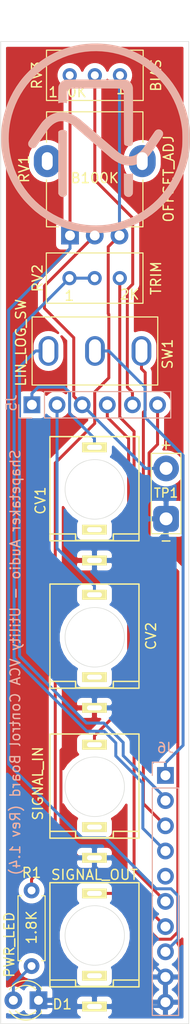
<source format=kicad_pcb>
(kicad_pcb (version 20171130) (host pcbnew "(5.1.5-0-10_14)")

  (general
    (thickness 1.6)
    (drawings 14)
    (tracks 124)
    (zones 0)
    (modules 14)
    (nets 21)
  )

  (page A4)
  (title_block
    (title VCA)
    (date 2020-08-20)
    (rev 1.1)
    (company Shapetaker)
  )

  (layers
    (0 F.Cu mixed)
    (31 B.Cu mixed)
    (32 B.Adhes user)
    (33 F.Adhes user)
    (34 B.Paste user)
    (35 F.Paste user)
    (36 B.SilkS user)
    (37 F.SilkS user)
    (38 B.Mask user)
    (39 F.Mask user)
    (40 Dwgs.User user)
    (41 Cmts.User user)
    (42 Eco1.User user)
    (43 Eco2.User user)
    (44 Edge.Cuts user)
    (45 Margin user)
    (46 B.CrtYd user)
    (47 F.CrtYd user)
    (48 B.Fab user)
    (49 F.Fab user)
  )

  (setup
    (last_trace_width 0.3)
    (trace_clearance 0.25)
    (zone_clearance 0.508)
    (zone_45_only no)
    (trace_min 0.2)
    (via_size 1)
    (via_drill 0.6)
    (via_min_size 0.4)
    (via_min_drill 0.3)
    (uvia_size 0.3)
    (uvia_drill 0.1)
    (uvias_allowed no)
    (uvia_min_size 0.2)
    (uvia_min_drill 0.1)
    (edge_width 0.05)
    (segment_width 0.2)
    (pcb_text_width 0.3)
    (pcb_text_size 1.5 1.5)
    (mod_edge_width 0.12)
    (mod_text_size 1 1)
    (mod_text_width 0.15)
    (pad_size 1.524 1.524)
    (pad_drill 0.762)
    (pad_to_mask_clearance 0.051)
    (solder_mask_min_width 0.25)
    (aux_axis_origin 0 0)
    (grid_origin 92.964 60.833)
    (visible_elements FFFFFF7F)
    (pcbplotparams
      (layerselection 0x3d0fc_ffffffff)
      (usegerberextensions true)
      (usegerberattributes false)
      (usegerberadvancedattributes false)
      (creategerberjobfile false)
      (excludeedgelayer true)
      (linewidth 0.100000)
      (plotframeref false)
      (viasonmask false)
      (mode 1)
      (useauxorigin false)
      (hpglpennumber 1)
      (hpglpenspeed 20)
      (hpglpendiameter 15.000000)
      (psnegative false)
      (psa4output false)
      (plotreference true)
      (plotvalue true)
      (plotinvisibletext false)
      (padsonsilk false)
      (subtractmaskfromsilk false)
      (outputformat 1)
      (mirror false)
      (drillshape 0)
      (scaleselection 1)
      (outputdirectory "../Gerbers/"))
  )

  (net 0 "")
  (net 1 GND)
  (net 2 /SIGNAL_OUT)
  (net 3 /CV1)
  (net 4 /CV2)
  (net 5 /SIGNAL_IN)
  (net 6 /OFFSET_ADJ)
  (net 7 /BIAS)
  (net 8 /LOG_LIN_SW_1)
  (net 9 /LOG_LIN_SW_2)
  (net 10 /LOG_LIN_SW_3)
  (net 11 /TRIM_1)
  (net 12 /TRIM_3)
  (net 13 +12V)
  (net 14 -12V)
  (net 15 "Net-(D1-Pad2)")
  (net 16 "Net-(J1-Pad2)")
  (net 17 "Net-(J2-Pad2)")
  (net 18 "Net-(J3-Pad2)")
  (net 19 "Net-(J4-Pad2)")
  (net 20 "Net-(J6-Pad5)")

  (net_class Default "This is the default net class."
    (clearance 0.25)
    (trace_width 0.3)
    (via_dia 1)
    (via_drill 0.6)
    (uvia_dia 0.3)
    (uvia_drill 0.1)
    (add_net +12V)
    (add_net -12V)
    (add_net /BIAS)
    (add_net /CV1)
    (add_net /CV2)
    (add_net /LOG_LIN_SW_1)
    (add_net /LOG_LIN_SW_2)
    (add_net /LOG_LIN_SW_3)
    (add_net /OFFSET_ADJ)
    (add_net /SIGNAL_IN)
    (add_net /SIGNAL_OUT)
    (add_net /TRIM_1)
    (add_net /TRIM_3)
    (add_net GND)
    (add_net "Net-(D1-Pad2)")
    (add_net "Net-(J1-Pad2)")
    (add_net "Net-(J2-Pad2)")
    (add_net "Net-(J3-Pad2)")
    (add_net "Net-(J4-Pad2)")
    (add_net "Net-(J6-Pad5)")
  )

  (module Custom_Graphics:Shape_Taker_Logo_1300_DPI (layer B.Cu) (tedit 0) (tstamp 5EC4952D)
    (at 85.598 63.754 180)
    (fp_text reference G*** (at 0 0) (layer B.SilkS) hide
      (effects (font (size 1.524 1.524) (thickness 0.3)) (justify mirror))
    )
    (fp_text value LOGO (at 0.75 0) (layer B.SilkS) hide
      (effects (font (size 1.524 1.524) (thickness 0.3)) (justify mirror))
    )
    (fp_poly (pts (xy 2.067141 5.917697) (xy 2.249454 5.917284) (xy 2.407783 5.916635) (xy 2.544014 5.915729)
      (xy 2.660034 5.914546) (xy 2.75773 5.913067) (xy 2.838988 5.91127) (xy 2.905696 5.909137)
      (xy 2.959738 5.906648) (xy 3.003003 5.903781) (xy 3.037376 5.900518) (xy 3.064745 5.896838)
      (xy 3.086995 5.892721) (xy 3.106014 5.888148) (xy 3.123688 5.883099) (xy 3.126965 5.88211)
      (xy 3.302777 5.809221) (xy 3.456354 5.704875) (xy 3.585533 5.571141) (xy 3.688152 5.410089)
      (xy 3.737323 5.297873) (xy 3.747406 5.269068) (xy 3.755754 5.239188) (xy 3.762574 5.204271)
      (xy 3.76807 5.160355) (xy 3.772448 5.103478) (xy 3.775916 5.029678) (xy 3.778677 4.934991)
      (xy 3.780939 4.815457) (xy 3.782907 4.667112) (xy 3.784786 4.485994) (xy 3.785939 4.361961)
      (xy 3.787599 4.130348) (xy 3.788012 3.937395) (xy 3.787172 3.782706) (xy 3.785075 3.665884)
      (xy 3.781713 3.586531) (xy 3.77708 3.544251) (xy 3.773364 3.536461) (xy 3.744756 3.541099)
      (xy 3.691374 3.553105) (xy 3.640772 3.565769) (xy 3.543455 3.582828) (xy 3.421779 3.592066)
      (xy 3.289677 3.593475) (xy 3.161076 3.587046) (xy 3.049908 3.57277) (xy 3.018693 3.56616)
      (xy 2.95489 3.551144) (xy 2.907086 3.540616) (xy 2.887879 3.537157) (xy 2.884271 3.555716)
      (xy 2.880627 3.608564) (xy 2.877107 3.690911) (xy 2.873874 3.797971) (xy 2.871088 3.924954)
      (xy 2.868911 4.067074) (xy 2.86834 4.11773) (xy 2.866504 4.28451) (xy 2.864569 4.416938)
      (xy 2.862189 4.519738) (xy 2.859019 4.597635) (xy 2.854715 4.655352) (xy 2.848932 4.697614)
      (xy 2.841326 4.729145) (xy 2.831551 4.754669) (xy 2.820213 4.777154) (xy 2.742268 4.886307)
      (xy 2.643918 4.966084) (xy 2.594359 4.99104) (xy 2.580498 4.995491) (xy 2.560009 4.999491)
      (xy 2.530893 5.003064) (xy 2.491149 5.006233) (xy 2.438778 5.009022) (xy 2.371781 5.011454)
      (xy 2.288159 5.013554) (xy 2.185913 5.015343) (xy 2.063042 5.016846) (xy 1.917548 5.018087)
      (xy 1.747431 5.019088) (xy 1.550692 5.019873) (xy 1.325332 5.020466) (xy 1.069351 5.02089)
      (xy 0.780749 5.021168) (xy 0.457529 5.021324) (xy 0.097689 5.021382) (xy 0.009769 5.021384)
      (xy -0.358752 5.021346) (xy -0.690197 5.021214) (xy -0.986563 5.020965) (xy -1.24985 5.020577)
      (xy -1.482058 5.020025) (xy -1.685186 5.019286) (xy -1.861233 5.018337) (xy -2.012199 5.017153)
      (xy -2.140083 5.015712) (xy -2.246884 5.013991) (xy -2.334602 5.011965) (xy -2.405235 5.009611)
      (xy -2.460784 5.006906) (xy -2.503248 5.003826) (xy -2.534626 5.000347) (xy -2.556917 4.996447)
      (xy -2.572122 4.992102) (xy -2.57482 4.99104) (xy -2.680534 4.926266) (xy -2.768384 4.829709)
      (xy -2.800674 4.777154) (xy -2.842846 4.699) (xy -2.852615 2.060441) (xy -2.85402 1.685718)
      (xy -2.855341 1.348094) (xy -2.856611 1.045592) (xy -2.857863 0.776234) (xy -2.859132 0.538044)
      (xy -2.860449 0.329043) (xy -2.86185 0.147255) (xy -2.863368 -0.009298) (xy -2.865035 -0.142594)
      (xy -2.866887 -0.25461) (xy -2.868955 -0.347323) (xy -2.871273 -0.42271) (xy -2.873876 -0.48275)
      (xy -2.876796 -0.529419) (xy -2.880067 -0.564694) (xy -2.883722 -0.590555) (xy -2.887795 -0.608976)
      (xy -2.89232 -0.621937) (xy -2.89733 -0.631414) (xy -2.898232 -0.63282) (xy -2.956399 -0.690325)
      (xy -3.043272 -0.737233) (xy -3.149371 -0.771257) (xy -3.26522 -0.79011) (xy -3.381339 -0.791503)
      (xy -3.484343 -0.774272) (xy -3.598473 -0.727955) (xy -3.68714 -0.658019) (xy -3.720869 -0.617711)
      (xy -3.726453 -0.609867) (xy -3.731499 -0.600751) (xy -3.736039 -0.588428) (xy -3.740106 -0.570968)
      (xy -3.74373 -0.546437) (xy -3.746942 -0.512903) (xy -3.749776 -0.468433) (xy -3.75226 -0.411095)
      (xy -3.754429 -0.338957) (xy -3.756312 -0.250085) (xy -3.757941 -0.142547) (xy -3.759347 -0.014412)
      (xy -3.760563 0.136254) (xy -3.76162 0.311384) (xy -3.762549 0.512909) (xy -3.763381 0.742762)
      (xy -3.764149 1.002876) (xy -3.764882 1.295183) (xy -3.765614 1.621616) (xy -3.766376 1.984107)
      (xy -3.766828 2.20439) (xy -3.767593 2.651575) (xy -3.767982 3.062745) (xy -3.767996 3.437613)
      (xy -3.767637 3.775895) (xy -3.766906 4.077307) (xy -3.765805 4.341564) (xy -3.764335 4.568382)
      (xy -3.762497 4.757475) (xy -3.760292 4.90856) (xy -3.757723 5.021351) (xy -3.754791 5.095564)
      (xy -3.752365 5.125654) (xy -3.709339 5.310488) (xy -3.632302 5.477359) (xy -3.523192 5.623628)
      (xy -3.383946 5.746658) (xy -3.229873 5.837536) (xy -3.077307 5.910384) (xy -0.039077 5.915627)
      (xy 0.363949 5.916314) (xy 0.729785 5.916903) (xy 1.060317 5.917376) (xy 1.357432 5.917712)
      (xy 1.623017 5.91789) (xy 1.858958 5.917892) (xy 2.067141 5.917697)) (layer B.SilkS) (width 0.01))
    (fp_poly (pts (xy 3.619565 2.62884) (xy 3.812536 2.60811) (xy 3.983216 2.574738) (xy 3.99159 2.572569)
      (xy 4.271016 2.479329) (xy 4.544013 2.348823) (xy 4.808178 2.182656) (xy 5.061113 1.98243)
      (xy 5.300415 1.749749) (xy 5.41293 1.623242) (xy 5.448585 1.578062) (xy 5.502872 1.505082)
      (xy 5.5732 1.408057) (xy 5.656976 1.290743) (xy 5.751606 1.156894) (xy 5.854499 1.010267)
      (xy 5.96306 0.854616) (xy 6.074698 0.693697) (xy 6.18682 0.531264) (xy 6.296833 0.371073)
      (xy 6.402144 0.216879) (xy 6.50016 0.072438) (xy 6.588289 -0.058496) (xy 6.663937 -0.172167)
      (xy 6.724513 -0.264819) (xy 6.767423 -0.332699) (xy 6.788735 -0.36939) (xy 6.813428 -0.447008)
      (xy 6.822857 -0.54353) (xy 6.816703 -0.641753) (xy 6.795313 -0.722923) (xy 6.729561 -0.832668)
      (xy 6.640756 -0.916368) (xy 6.535507 -0.972682) (xy 6.420423 -1.000268) (xy 6.302112 -0.997785)
      (xy 6.187185 -0.963893) (xy 6.08225 -0.897249) (xy 6.055974 -0.872953) (xy 6.035488 -0.847403)
      (xy 5.995408 -0.792791) (xy 5.938039 -0.712418) (xy 5.865691 -0.609581) (xy 5.780671 -0.487583)
      (xy 5.685285 -0.349722) (xy 5.581842 -0.199298) (xy 5.47265 -0.039611) (xy 5.450538 -0.007166)
      (xy 5.337664 0.158094) (xy 5.227784 0.318117) (xy 5.123564 0.469074) (xy 5.027674 0.607139)
      (xy 4.942781 0.728482) (xy 4.871555 0.829277) (xy 4.816663 0.905696) (xy 4.780774 0.953912)
      (xy 4.778651 0.95663) (xy 4.589876 1.172902) (xy 4.389784 1.356434) (xy 4.180573 1.50565)
      (xy 3.964444 1.618974) (xy 3.751385 1.692823) (xy 3.608309 1.717725) (xy 3.444446 1.72592)
      (xy 3.274231 1.717622) (xy 3.1121 1.693048) (xy 3.067539 1.682623) (xy 2.941375 1.642305)
      (xy 2.796231 1.58292) (xy 2.643481 1.510007) (xy 2.494501 1.429106) (xy 2.360665 1.345758)
      (xy 2.325077 1.321039) (xy 2.291892 1.295139) (xy 2.231099 1.245351) (xy 2.144654 1.173338)
      (xy 2.034514 1.080766) (xy 1.902634 0.969298) (xy 1.75097 0.840599) (xy 1.581478 0.696335)
      (xy 1.396115 0.538169) (xy 1.196835 0.367766) (xy 0.985596 0.186792) (xy 0.764353 -0.00309)
      (xy 0.535061 -0.200215) (xy 0.321161 -0.384403) (xy 0.086845 -0.58624) (xy -0.14076 -0.782131)
      (xy -0.359738 -0.970433) (xy -0.568171 -1.149505) (xy -0.764142 -1.317706) (xy -0.945734 -1.473393)
      (xy -1.111029 -1.614925) (xy -1.258109 -1.74066) (xy -1.385059 -1.848956) (xy -1.489959 -1.938172)
      (xy -1.570894 -2.006665) (xy -1.625945 -2.052794) (xy -1.652224 -2.074177) (xy -1.942316 -2.276606)
      (xy -2.241487 -2.445561) (xy -2.546318 -2.579413) (xy -2.853389 -2.676528) (xy -2.971754 -2.703833)
      (xy -3.096268 -2.723473) (xy -3.243872 -2.737331) (xy -3.399561 -2.744722) (xy -3.54833 -2.74496)
      (xy -3.675172 -2.737358) (xy -3.683863 -2.736398) (xy -3.962465 -2.684819) (xy -4.23707 -2.595334)
      (xy -4.505863 -2.46905) (xy -4.767028 -2.307077) (xy -5.018752 -2.110524) (xy -5.259218 -1.8805)
      (xy -5.460295 -1.651) (xy -5.495651 -1.604783) (xy -5.54935 -1.531255) (xy -5.618771 -1.43422)
      (xy -5.701297 -1.317485) (xy -5.794307 -1.184854) (xy -5.895183 -1.040135) (xy -6.001305 -0.887131)
      (xy -6.110054 -0.72965) (xy -6.218811 -0.571495) (xy -6.324956 -0.416473) (xy -6.425871 -0.26839)
      (xy -6.518936 -0.13105) (xy -6.601532 -0.00826) (xy -6.671039 0.096176) (xy -6.724838 0.178451)
      (xy -6.760311 0.234759) (xy -6.771444 0.254) (xy -6.799155 0.337936) (xy -6.808495 0.450917)
      (xy -6.805865 0.530111) (xy -6.793793 0.588921) (xy -6.767475 0.645762) (xy -6.750022 0.675092)
      (xy -6.666281 0.777382) (xy -6.564813 0.848552) (xy -6.451791 0.888397) (xy -6.33339 0.89671)
      (xy -6.215784 0.873287) (xy -6.105147 0.817922) (xy -6.007653 0.730409) (xy -5.983904 0.700595)
      (xy -5.956891 0.662761) (xy -5.910592 0.596399) (xy -5.847636 0.505335) (xy -5.770649 0.393393)
      (xy -5.68226 0.264402) (xy -5.585096 0.122186) (xy -5.481784 -0.029428) (xy -5.402162 -0.146539)
      (xy -5.260501 -0.354717) (xy -5.13817 -0.533446) (xy -5.032853 -0.685811) (xy -4.942235 -0.814896)
      (xy -4.863999 -0.923787) (xy -4.79583 -1.015567) (xy -4.735413 -1.093322) (xy -4.680431 -1.160137)
      (xy -4.628568 -1.219096) (xy -4.577509 -1.273284) (xy -4.524939 -1.325786) (xy -4.495831 -1.35383)
      (xy -4.290868 -1.527259) (xy -4.080114 -1.662078) (xy -3.863814 -1.758283) (xy -3.642212 -1.815873)
      (xy -3.415553 -1.834844) (xy -3.184084 -1.815194) (xy -2.948048 -1.756921) (xy -2.707691 -1.660021)
      (xy -2.463257 -1.524493) (xy -2.251024 -1.377835) (xy -2.219617 -1.352603) (xy -2.16058 -1.303529)
      (xy -2.075876 -1.232287) (xy -1.967469 -1.140554) (xy -1.837323 -1.030005) (xy -1.687401 -0.902316)
      (xy -1.519668 -0.759161) (xy -1.336086 -0.602218) (xy -1.13862 -0.433161) (xy -0.929233 -0.253666)
      (xy -0.70989 -0.065409) (xy -0.482553 0.129935) (xy -0.302846 0.284509) (xy -0.070745 0.484156)
      (xy 0.154817 0.678021) (xy 0.371881 0.864427) (xy 0.578488 1.0417) (xy 0.772679 1.208163)
      (xy 0.952496 1.362142) (xy 1.115979 1.501959) (xy 1.26117 1.625941) (xy 1.38611 1.732412)
      (xy 1.48884 1.819695) (xy 1.567402 1.886116) (xy 1.619836 1.929998) (xy 1.641231 1.947421)
      (xy 1.90869 2.138256) (xy 2.186907 2.302175) (xy 2.470416 2.436602) (xy 2.753753 2.538967)
      (xy 3.031449 2.606695) (xy 3.048 2.609633) (xy 3.223187 2.630156) (xy 3.418412 2.636373)
      (xy 3.619565 2.62884)) (layer B.SilkS) (width 0.01))
    (fp_poly (pts (xy 3.352506 0.846838) (xy 3.483018 0.832353) (xy 3.601164 0.796685) (xy 3.697125 0.743348)
      (xy 3.734809 0.709999) (xy 3.780693 0.661156) (xy 3.780693 -5.578231) (xy 3.738695 -5.656641)
      (xy 3.658319 -5.771229) (xy 3.559314 -5.85434) (xy 3.446347 -5.904297) (xy 3.324086 -5.919424)
      (xy 3.197197 -5.898045) (xy 3.134539 -5.873638) (xy 3.030415 -5.806778) (xy 2.948522 -5.717004)
      (xy 2.896717 -5.613196) (xy 2.892993 -5.600578) (xy 2.88985 -5.577251) (xy 2.887026 -5.530659)
      (xy 2.884516 -5.459648) (xy 2.882313 -5.363062) (xy 2.880411 -5.239747) (xy 2.878805 -5.088549)
      (xy 2.877489 -4.908313) (xy 2.876455 -4.697884) (xy 2.875699 -4.456108) (xy 2.875214 -4.181831)
      (xy 2.874994 -3.873897) (xy 2.875033 -3.531153) (xy 2.875326 -3.152443) (xy 2.875865 -2.736613)
      (xy 2.876382 -2.425418) (xy 2.881923 0.668779) (xy 2.955663 0.73252) (xy 3.057633 0.797371)
      (xy 3.183572 0.835281) (xy 3.336271 0.847054) (xy 3.352506 0.846838)) (layer B.SilkS) (width 0.01))
    (fp_poly (pts (xy -2.852724 -4.530662) (xy -2.853118 -4.749566) (xy -2.854215 -4.950646) (xy -2.85596 -5.130804)
      (xy -2.858296 -5.286942) (xy -2.861171 -5.415961) (xy -2.864528 -5.514762) (xy -2.868312 -5.580248)
      (xy -2.871861 -5.607539) (xy -2.919837 -5.711231) (xy -2.996929 -5.797474) (xy -3.095732 -5.86273)
      (xy -3.208844 -5.903459) (xy -3.328862 -5.916121) (xy -3.448383 -5.897176) (xy -3.465639 -5.89145)
      (xy -3.55455 -5.842984) (xy -3.639614 -5.766651) (xy -3.709526 -5.672943) (xy -3.718904 -5.656385)
      (xy -3.728253 -5.638239) (xy -3.736133 -5.619043) (xy -3.742693 -5.595431) (xy -3.748079 -5.564039)
      (xy -3.752439 -5.5215) (xy -3.75592 -5.464449) (xy -3.758669 -5.389522) (xy -3.760833 -5.293352)
      (xy -3.762561 -5.172576) (xy -3.763999 -5.023827) (xy -3.765294 -4.84374) (xy -3.766594 -4.62895)
      (xy -3.767006 -4.557346) (xy -3.76789 -4.361732) (xy -3.768259 -4.17842) (xy -3.768137 -4.011028)
      (xy -3.76755 -3.863176) (xy -3.766521 -3.738481) (xy -3.765075 -3.640563) (xy -3.763238 -3.57304)
      (xy -3.761033 -3.539531) (xy -3.760057 -3.536462) (xy -3.735842 -3.541186) (xy -3.685413 -3.553501)
      (xy -3.627205 -3.568742) (xy -3.502824 -3.591232) (xy -3.357421 -3.600401) (xy -3.206639 -3.596441)
      (xy -3.066123 -3.579545) (xy -2.9845 -3.560791) (xy -2.852615 -3.522171) (xy -2.852724 -4.530662)) (layer B.SilkS) (width 0.01))
    (fp_poly (pts (xy 0.410372 9.543613) (xy 1.014313 9.501765) (xy 1.607582 9.422491) (xy 2.191093 9.30559)
      (xy 2.76576 9.150861) (xy 3.332496 8.958104) (xy 3.892213 8.727117) (xy 4.210539 8.577251)
      (xy 4.693233 8.324059) (xy 5.147796 8.052567) (xy 5.580201 7.75849) (xy 5.996423 7.437539)
      (xy 6.402433 7.085427) (xy 6.741859 6.760543) (xy 6.938012 6.561678) (xy 7.1105 6.379516)
      (xy 7.266122 6.206284) (xy 7.411681 6.034215) (xy 7.553975 5.855537) (xy 7.682617 5.685692)
      (xy 8.024459 5.193245) (xy 8.334877 4.679954) (xy 8.612712 4.148523) (xy 8.856806 3.601658)
      (xy 9.065999 3.042062) (xy 9.239131 2.472441) (xy 9.375044 1.895498) (xy 9.426798 1.616311)
      (xy 9.455639 1.442154) (xy 9.479402 1.288391) (xy 9.498569 1.148411) (xy 9.513619 1.015606)
      (xy 9.525034 0.883367) (xy 9.533295 0.745085) (xy 9.538883 0.594151) (xy 9.542278 0.423958)
      (xy 9.543961 0.227894) (xy 9.544414 0) (xy 9.544083 -0.213097) (xy 9.542974 -0.392296)
      (xy 9.540915 -0.542773) (xy 9.537731 -0.669701) (xy 9.53325 -0.778256) (xy 9.527299 -0.873612)
      (xy 9.519704 -0.960943) (xy 9.510292 -1.045426) (xy 9.5091 -1.055077) (xy 9.424495 -1.623144)
      (xy 9.314939 -2.165222) (xy 9.178873 -2.686624) (xy 9.014737 -3.192665) (xy 8.820971 -3.688658)
      (xy 8.596015 -4.179916) (xy 8.58574 -4.20077) (xy 8.355691 -4.641345) (xy 8.113186 -5.054998)
      (xy 7.851571 -5.451974) (xy 7.564195 -5.842517) (xy 7.329651 -6.135077) (xy 7.233449 -6.246302)
      (xy 7.113591 -6.377155) (xy 6.976016 -6.521748) (xy 6.826664 -6.674193) (xy 6.671473 -6.8286)
      (xy 6.516383 -6.97908) (xy 6.367333 -7.119746) (xy 6.230261 -7.244707) (xy 6.111106 -7.348075)
      (xy 6.082093 -7.372078) (xy 5.588281 -7.75073) (xy 5.07745 -8.09446) (xy 4.550446 -8.40293)
      (xy 4.008115 -8.6758) (xy 3.451304 -8.912731) (xy 2.880861 -9.113387) (xy 2.297631 -9.277428)
      (xy 1.702462 -9.404515) (xy 1.0962 -9.49431) (xy 0.674077 -9.534187) (xy 0.584084 -9.539197)
      (xy 0.467186 -9.543382) (xy 0.330659 -9.546698) (xy 0.181781 -9.549101) (xy 0.027829 -9.550548)
      (xy -0.12392 -9.550995) (xy -0.266189 -9.550399) (xy -0.3917 -9.548716) (xy -0.493176 -9.545902)
      (xy -0.563341 -9.541914) (xy -0.566615 -9.541616) (xy -0.612672 -9.537474) (xy -0.687296 -9.530975)
      (xy -0.780113 -9.523016) (xy -0.87923 -9.514621) (xy -1.44102 -9.4483) (xy -2.004026 -9.344429)
      (xy -2.564696 -9.204242) (xy -3.119481 -9.028975) (xy -3.664831 -8.819864) (xy -4.197197 -8.578142)
      (xy -4.713027 -8.305046) (xy -5.187461 -8.01575) (xy -5.686259 -7.667708) (xy -6.159659 -7.291245)
      (xy -6.606621 -6.887907) (xy -7.02611 -6.459243) (xy -7.417088 -6.006801) (xy -7.778516 -5.532128)
      (xy -8.109358 -5.036774) (xy -8.408575 -4.522285) (xy -8.675131 -3.99021) (xy -8.907986 -3.442096)
      (xy -9.106105 -2.879492) (xy -9.268449 -2.303946) (xy -9.388209 -1.748693) (xy -9.419846 -1.573942)
      (xy -9.44622 -1.420011) (xy -9.467803 -1.280844) (xy -9.48507 -1.150388) (xy -9.498493 -1.022589)
      (xy -9.508544 -0.891392) (xy -9.515696 -0.750744) (xy -9.520423 -0.59459) (xy -9.523196 -0.416875)
      (xy -9.524489 -0.211547) (xy -9.524661 -0.085529) (xy -8.762777 -0.085529) (xy -8.761228 -0.274756)
      (xy -8.758038 -0.453832) (xy -8.753208 -0.615728) (xy -8.746738 -0.753418) (xy -8.738628 -0.859873)
      (xy -8.737627 -0.869462) (xy -8.654527 -1.462409) (xy -8.535274 -2.041723) (xy -8.380318 -2.606451)
      (xy -8.190111 -3.155639) (xy -7.965107 -3.688333) (xy -7.705756 -4.20358) (xy -7.412511 -4.700427)
      (xy -7.085825 -5.177919) (xy -6.726148 -5.635103) (xy -6.333934 -6.071025) (xy -6.213264 -6.194238)
      (xy -5.78869 -6.59272) (xy -5.342061 -6.960312) (xy -4.875153 -7.296325) (xy -4.389746 -7.600071)
      (xy -3.887618 -7.870861) (xy -3.370547 -8.108009) (xy -2.840312 -8.310825) (xy -2.29869 -8.478622)
      (xy -1.74746 -8.610711) (xy -1.1884 -8.706404) (xy -0.62329 -8.765013) (xy -0.053906 -8.78585)
      (xy 0.449385 -8.772389) (xy 1.019542 -8.723876) (xy 1.570304 -8.643487) (xy 2.106199 -8.530245)
      (xy 2.631758 -8.383172) (xy 3.151511 -8.201288) (xy 3.223846 -8.173079) (xy 3.756708 -7.942163)
      (xy 4.268586 -7.679212) (xy 4.758478 -7.385699) (xy 5.22538 -7.063097) (xy 5.66829 -6.712877)
      (xy 6.086205 -6.336512) (xy 6.478121 -5.935474) (xy 6.843035 -5.511235) (xy 7.179946 -5.065268)
      (xy 7.487848 -4.599044) (xy 7.765741 -4.114036) (xy 8.012619 -3.611715) (xy 8.227482 -3.093555)
      (xy 8.409325 -2.561027) (xy 8.557145 -2.015604) (xy 8.66994 -1.458757) (xy 8.746707 -0.891959)
      (xy 8.786442 -0.316682) (xy 8.792149 0) (xy 8.78079 0.455219) (xy 8.745833 0.901471)
      (xy 8.68596 1.351783) (xy 8.616207 1.738923) (xy 8.484092 2.301309) (xy 8.315832 2.850559)
      (xy 8.112581 3.385182) (xy 7.875494 3.903687) (xy 7.605727 4.404584) (xy 7.304435 4.886381)
      (xy 6.972773 5.347588) (xy 6.611897 5.786714) (xy 6.222962 6.202268) (xy 5.807123 6.59276)
      (xy 5.365535 6.956698) (xy 4.899354 7.292593) (xy 4.409735 7.598953) (xy 3.897834 7.874287)
      (xy 3.839308 7.903057) (xy 3.308569 8.13998) (xy 2.765506 8.340247) (xy 2.211938 8.503629)
      (xy 1.649683 8.629896) (xy 1.08056 8.71882) (xy 0.506388 8.770172) (xy -0.071014 8.783723)
      (xy -0.649828 8.759245) (xy -1.228234 8.696508) (xy -1.750682 8.606386) (xy -2.318663 8.471122)
      (xy -2.87319 8.29941) (xy -3.413006 8.09193) (xy -3.936849 7.849359) (xy -4.44346 7.572376)
      (xy -4.93158 7.261659) (xy -5.399948 6.917888) (xy -5.847305 6.541739) (xy -6.19395 6.213239)
      (xy -6.599344 5.781223) (xy -6.971639 5.328625) (xy -7.310477 4.856201) (xy -7.615501 4.364703)
      (xy -7.88635 3.854885) (xy -8.122666 3.327502) (xy -8.324091 2.783305) (xy -8.490265 2.22305)
      (xy -8.620831 1.64749) (xy -8.715428 1.057378) (xy -8.737627 0.869461) (xy -8.745919 0.766908)
      (xy -8.752571 0.632339) (xy -8.757583 0.472783) (xy -8.760954 0.295268) (xy -8.762686 0.106822)
      (xy -8.762777 -0.085529) (xy -9.524661 -0.085529) (xy -9.524779 0) (xy -9.524412 0.234751)
      (xy -9.522996 0.436491) (xy -9.520059 0.611282) (xy -9.515127 0.765186) (xy -9.507728 0.904265)
      (xy -9.497388 1.03458) (xy -9.483635 1.162193) (xy -9.465997 1.293167) (xy -9.443999 1.433563)
      (xy -9.41717 1.589443) (xy -9.388372 1.748692) (xy -9.26171 2.332881) (xy -9.098923 2.904251)
      (xy -8.901242 3.461449) (xy -8.669897 4.003122) (xy -8.406121 4.527918) (xy -8.111144 5.034483)
      (xy -7.786198 5.521465) (xy -7.432514 5.987511) (xy -7.051324 6.431267) (xy -6.643858 6.851382)
      (xy -6.211348 7.246502) (xy -5.755025 7.615273) (xy -5.27612 7.956345) (xy -4.775865 8.268362)
      (xy -4.255491 8.549974) (xy -3.716229 8.799826) (xy -3.159311 9.016566) (xy -2.615576 9.190403)
      (xy -2.118448 9.318806) (xy -1.622598 9.417778) (xy -1.119587 9.488571) (xy -0.600977 9.532438)
      (xy -0.205154 9.548236) (xy 0.410372 9.543613)) (layer B.SilkS) (width 0.01))
  )

  (module Connector_PinSocket_2.54mm:PinSocket_1x06_P2.54mm_Vertical (layer B.Cu) (tedit 5A19A430) (tstamp 5EC4323B)
    (at 79.15 90.6145 270)
    (descr "Through hole straight socket strip, 1x06, 2.54mm pitch, single row (from Kicad 4.0.7), script generated")
    (tags "Through hole socket strip THT 1x06 2.54mm single row")
    (path /5EC3CF4B)
    (fp_text reference J5 (at -0.1905 2.061 270) (layer B.SilkS)
      (effects (font (size 1 1) (thickness 0.15)) (justify mirror))
    )
    (fp_text value CONN_1 (at 0 -14.7665 270) (layer B.Fab)
      (effects (font (size 1 1) (thickness 0.15)) (justify mirror))
    )
    (fp_line (start -1.27 1.27) (end 0.635 1.27) (layer B.Fab) (width 0.1))
    (fp_line (start 0.635 1.27) (end 1.27 0.635) (layer B.Fab) (width 0.1))
    (fp_line (start 1.27 0.635) (end 1.27 -13.97) (layer B.Fab) (width 0.1))
    (fp_line (start 1.27 -13.97) (end -1.27 -13.97) (layer B.Fab) (width 0.1))
    (fp_line (start -1.27 -13.97) (end -1.27 1.27) (layer B.Fab) (width 0.1))
    (fp_line (start -1.33 -1.27) (end 1.33 -1.27) (layer B.SilkS) (width 0.12))
    (fp_line (start -1.33 -1.27) (end -1.33 -14.03) (layer B.SilkS) (width 0.12))
    (fp_line (start -1.33 -14.03) (end 1.33 -14.03) (layer B.SilkS) (width 0.12))
    (fp_line (start 1.33 -1.27) (end 1.33 -14.03) (layer B.SilkS) (width 0.12))
    (fp_line (start 1.33 1.33) (end 1.33 0) (layer B.SilkS) (width 0.12))
    (fp_line (start 0 1.33) (end 1.33 1.33) (layer B.SilkS) (width 0.12))
    (fp_line (start -1.8 1.8) (end 1.75 1.8) (layer B.CrtYd) (width 0.05))
    (fp_line (start 1.75 1.8) (end 1.75 -14.45) (layer B.CrtYd) (width 0.05))
    (fp_line (start 1.75 -14.45) (end -1.8 -14.45) (layer B.CrtYd) (width 0.05))
    (fp_line (start -1.8 -14.45) (end -1.8 1.8) (layer B.CrtYd) (width 0.05))
    (fp_text user %R (at 0 -6.35) (layer B.Fab)
      (effects (font (size 1 1) (thickness 0.15)) (justify mirror))
    )
    (pad 1 thru_hole rect (at 0 0 270) (size 1.7 1.7) (drill 1) (layers *.Cu *.Mask)
      (net 3 /CV1))
    (pad 2 thru_hole oval (at 0 -2.54 270) (size 1.7 1.7) (drill 1) (layers *.Cu *.Mask)
      (net 4 /CV2))
    (pad 3 thru_hole oval (at 0 -5.08 270) (size 1.7 1.7) (drill 1) (layers *.Cu *.Mask)
      (net 6 /OFFSET_ADJ))
    (pad 4 thru_hole oval (at 0 -7.62 270) (size 1.7 1.7) (drill 1) (layers *.Cu *.Mask)
      (net 5 /SIGNAL_IN))
    (pad 5 thru_hole oval (at 0 -10.16 270) (size 1.7 1.7) (drill 1) (layers *.Cu *.Mask)
      (net 7 /BIAS))
    (pad 6 thru_hole oval (at 0 -12.7 270) (size 1.7 1.7) (drill 1) (layers *.Cu *.Mask)
      (net 2 /SIGNAL_OUT))
    (model ${KISYS3DMOD}/Connector_PinSocket_2.54mm.3dshapes/PinSocket_1x06_P2.54mm_Vertical.wrl
      (at (xyz 0 0 0))
      (scale (xyz 1 1 1))
      (rotate (xyz 0 0 0))
    )
  )

  (module Connector_PinSocket_2.54mm:PinSocket_1x10_P2.54mm_Vertical (layer B.Cu) (tedit 5A19A425) (tstamp 5EC42D21)
    (at 92.6465 127.965 180)
    (descr "Through hole straight socket strip, 1x10, 2.54mm pitch, single row (from Kicad 4.0.7), script generated")
    (tags "Through hole socket strip THT 1x10 2.54mm single row")
    (path /5EC3A6DE)
    (fp_text reference J6 (at 0 2.77) (layer B.SilkS)
      (effects (font (size 1 1) (thickness 0.15)) (justify mirror))
    )
    (fp_text value CONN_2 (at 2.667 -21.4505 90) (layer B.Fab)
      (effects (font (size 1 1) (thickness 0.15)) (justify mirror))
    )
    (fp_line (start -1.27 1.27) (end 0.635 1.27) (layer B.Fab) (width 0.1))
    (fp_line (start 0.635 1.27) (end 1.27 0.635) (layer B.Fab) (width 0.1))
    (fp_line (start 1.27 0.635) (end 1.27 -24.13) (layer B.Fab) (width 0.1))
    (fp_line (start 1.27 -24.13) (end -1.27 -24.13) (layer B.Fab) (width 0.1))
    (fp_line (start -1.27 -24.13) (end -1.27 1.27) (layer B.Fab) (width 0.1))
    (fp_line (start -1.33 -1.27) (end 1.33 -1.27) (layer B.SilkS) (width 0.12))
    (fp_line (start -1.33 -1.27) (end -1.33 -24.19) (layer B.SilkS) (width 0.12))
    (fp_line (start -1.33 -24.19) (end 1.33 -24.19) (layer B.SilkS) (width 0.12))
    (fp_line (start 1.33 -1.27) (end 1.33 -24.19) (layer B.SilkS) (width 0.12))
    (fp_line (start 1.33 1.33) (end 1.33 0) (layer B.SilkS) (width 0.12))
    (fp_line (start 0 1.33) (end 1.33 1.33) (layer B.SilkS) (width 0.12))
    (fp_line (start -1.8 1.8) (end 1.75 1.8) (layer B.CrtYd) (width 0.05))
    (fp_line (start 1.75 1.8) (end 1.75 -24.6) (layer B.CrtYd) (width 0.05))
    (fp_line (start 1.75 -24.6) (end -1.8 -24.6) (layer B.CrtYd) (width 0.05))
    (fp_line (start -1.8 -24.6) (end -1.8 1.8) (layer B.CrtYd) (width 0.05))
    (fp_text user %R (at 0 -11.43 270) (layer B.Fab)
      (effects (font (size 1 1) (thickness 0.15)) (justify mirror))
    )
    (pad 1 thru_hole rect (at 0 0 180) (size 1.7 1.7) (drill 1) (layers *.Cu *.Mask)
      (net 8 /LOG_LIN_SW_1))
    (pad 2 thru_hole oval (at 0 -2.54 180) (size 1.7 1.7) (drill 1) (layers *.Cu *.Mask)
      (net 9 /LOG_LIN_SW_2))
    (pad 3 thru_hole oval (at 0 -5.08 180) (size 1.7 1.7) (drill 1) (layers *.Cu *.Mask)
      (net 10 /LOG_LIN_SW_3))
    (pad 4 thru_hole oval (at 0 -7.62 180) (size 1.7 1.7) (drill 1) (layers *.Cu *.Mask)
      (net 11 /TRIM_1))
    (pad 5 thru_hole oval (at 0 -10.16 180) (size 1.7 1.7) (drill 1) (layers *.Cu *.Mask)
      (net 20 "Net-(J6-Pad5)"))
    (pad 6 thru_hole oval (at 0 -12.7 180) (size 1.7 1.7) (drill 1) (layers *.Cu *.Mask)
      (net 12 /TRIM_3))
    (pad 7 thru_hole oval (at 0 -15.24 180) (size 1.7 1.7) (drill 1) (layers *.Cu *.Mask)
      (net 13 +12V))
    (pad 8 thru_hole oval (at 0 -17.78 180) (size 1.7 1.7) (drill 1) (layers *.Cu *.Mask)
      (net 14 -12V))
    (pad 9 thru_hole oval (at 0 -20.32 180) (size 1.7 1.7) (drill 1) (layers *.Cu *.Mask)
      (net 1 GND))
    (pad 10 thru_hole oval (at 0 -22.86 180) (size 1.7 1.7) (drill 1) (layers *.Cu *.Mask)
      (net 1 GND))
    (model ${KISYS3DMOD}/Connector_PinSocket_2.54mm.3dshapes/PinSocket_1x10_P2.54mm_Vertical.wrl
      (at (xyz 0 0 0))
      (scale (xyz 1 1 1))
      (rotate (xyz 0 0 0))
    )
  )

  (module Potentiometer_THT:Potentiometer_Bourns_3296W_Vertical (layer F.Cu) (tedit 5A3D4994) (tstamp 5EC42D54)
    (at 82.95 77.851 180)
    (descr "Potentiometer, vertical, Bourns 3296W, https://www.bourns.com/pdfs/3296.pdf")
    (tags "Potentiometer vertical Bourns 3296W")
    (path /5EC4EF9D)
    (fp_text reference RV2 (at 3.2385 0 90) (layer F.SilkS)
      (effects (font (size 1 1) (thickness 0.15)))
    )
    (fp_text value TRIM (at -8.744 0 90) (layer F.SilkS)
      (effects (font (size 1 1) (thickness 0.15)))
    )
    (fp_text user 2K (at -6.077 -1.651) (layer F.SilkS)
      (effects (font (size 1 1) (thickness 0.15)))
    )
    (fp_line (start 2.5 -2.7) (end -7.6 -2.7) (layer F.CrtYd) (width 0.05))
    (fp_line (start 2.5 2.7) (end 2.5 -2.7) (layer F.CrtYd) (width 0.05))
    (fp_line (start -7.6 2.7) (end 2.5 2.7) (layer F.CrtYd) (width 0.05))
    (fp_line (start -7.6 -2.7) (end -7.6 2.7) (layer F.CrtYd) (width 0.05))
    (fp_line (start 2.345 -2.53) (end 2.345 2.54) (layer F.SilkS) (width 0.12))
    (fp_line (start -7.425 -2.53) (end -7.425 2.54) (layer F.SilkS) (width 0.12))
    (fp_line (start -7.425 2.54) (end 2.345 2.54) (layer F.SilkS) (width 0.12))
    (fp_line (start -7.425 -2.53) (end 2.345 -2.53) (layer F.SilkS) (width 0.12))
    (fp_line (start 0.955 2.235) (end 0.956 0.066) (layer F.Fab) (width 0.1))
    (fp_line (start 0.955 2.235) (end 0.956 0.066) (layer F.Fab) (width 0.1))
    (fp_line (start 2.225 -2.41) (end -7.305 -2.41) (layer F.Fab) (width 0.1))
    (fp_line (start 2.225 2.42) (end 2.225 -2.41) (layer F.Fab) (width 0.1))
    (fp_line (start -7.305 2.42) (end 2.225 2.42) (layer F.Fab) (width 0.1))
    (fp_line (start -7.305 -2.41) (end -7.305 2.42) (layer F.Fab) (width 0.1))
    (fp_circle (center 0.955 1.15) (end 2.05 1.15) (layer F.Fab) (width 0.1))
    (pad 3 thru_hole circle (at -5.08 0 180) (size 1.44 1.44) (drill 0.8) (layers *.Cu *.Mask)
      (net 12 /TRIM_3))
    (pad 2 thru_hole circle (at -2.54 0 180) (size 1.44 1.44) (drill 0.8) (layers *.Cu *.Mask)
      (net 11 /TRIM_1))
    (pad 1 thru_hole circle (at 0 0 180) (size 1.44 1.44) (drill 0.8) (layers *.Cu *.Mask)
      (net 11 /TRIM_1))
    (model ${KISYS3DMOD}/Potentiometer_THT.3dshapes/Potentiometer_Bourns_3296W_Vertical.wrl
      (at (xyz 0 0 0))
      (scale (xyz 1 1 1))
      (rotate (xyz 0 0 0))
    )
  )

  (module Potentiometer_THT:Potentiometer_Bourns_3296W_Vertical (layer F.Cu) (tedit 5A3D4994) (tstamp 5ECAEC56)
    (at 88.05 57.404)
    (descr "Potentiometer, vertical, Bourns 3296W, https://www.bourns.com/pdfs/3296.pdf")
    (tags "Potentiometer vertical Bourns 3296W")
    (path /5EC4E5A1)
    (fp_text reference RV3 (at -8.3956 0 90) (layer F.SilkS)
      (effects (font (size 1 1) (thickness 0.15)))
    )
    (fp_text value BIAS (at 3.644 0 90) (layer F.SilkS)
      (effects (font (size 1 1) (thickness 0.15)))
    )
    (fp_circle (center 0.955 1.15) (end 2.05 1.15) (layer F.Fab) (width 0.1))
    (fp_line (start -7.305 -2.41) (end -7.305 2.42) (layer F.Fab) (width 0.1))
    (fp_line (start -7.305 2.42) (end 2.225 2.42) (layer F.Fab) (width 0.1))
    (fp_line (start 2.225 2.42) (end 2.225 -2.41) (layer F.Fab) (width 0.1))
    (fp_line (start 2.225 -2.41) (end -7.305 -2.41) (layer F.Fab) (width 0.1))
    (fp_line (start 0.955 2.235) (end 0.956 0.066) (layer F.Fab) (width 0.1))
    (fp_line (start 0.955 2.235) (end 0.956 0.066) (layer F.Fab) (width 0.1))
    (fp_line (start -7.425 -2.53) (end 2.345 -2.53) (layer F.SilkS) (width 0.12))
    (fp_line (start -7.425 2.54) (end 2.345 2.54) (layer F.SilkS) (width 0.12))
    (fp_line (start -7.425 -2.53) (end -7.425 2.54) (layer F.SilkS) (width 0.12))
    (fp_line (start 2.345 -2.53) (end 2.345 2.54) (layer F.SilkS) (width 0.12))
    (fp_line (start -7.6 -2.7) (end -7.6 2.7) (layer F.CrtYd) (width 0.05))
    (fp_line (start -7.6 2.7) (end 2.5 2.7) (layer F.CrtYd) (width 0.05))
    (fp_line (start 2.5 2.7) (end 2.5 -2.7) (layer F.CrtYd) (width 0.05))
    (fp_line (start 2.5 -2.7) (end -7.6 -2.7) (layer F.CrtYd) (width 0.05))
    (fp_text user 100K (at -5.2968 1.7018) (layer F.SilkS)
      (effects (font (size 1 1) (thickness 0.15)))
    )
    (pad 1 thru_hole circle (at 0 0) (size 1.44 1.44) (drill 0.8) (layers *.Cu *.Mask)
      (net 13 +12V))
    (pad 2 thru_hole circle (at -2.54 0) (size 1.44 1.44) (drill 0.8) (layers *.Cu *.Mask)
      (net 7 /BIAS))
    (pad 3 thru_hole circle (at -5.08 0) (size 1.44 1.44) (drill 0.8) (layers *.Cu *.Mask)
      (net 14 -12V))
    (model ${KISYS3DMOD}/Potentiometer_THT.3dshapes/Potentiometer_Bourns_3296W_Vertical.wrl
      (at (xyz 0 0 0))
      (scale (xyz 1 1 1))
      (rotate (xyz 0 0 0))
    )
  )

  (module Potentiometer_THT:Potentiometer_Alpha_RD901F-40-00D_Single_Vertical (layer F.Cu) (tedit 5EC32F56) (tstamp 5EC43B9A)
    (at 83 73.556 90)
    (descr "Potentiometer, vertical, 9mm, single, http://www.taiwanalpha.com.tw/downloads?target=products&id=113")
    (tags "potentiometer vertical 9mm single")
    (path /5EC48D93)
    (fp_text reference RV1 (at 6.71 -4.64 270) (layer F.SilkS)
      (effects (font (size 1 1) (thickness 0.15)))
    )
    (fp_text value OFFSET_ADJ (at 5.724999 9.964 270) (layer F.SilkS)
      (effects (font (size 1 1) (thickness 0.15)))
    )
    (fp_text user B100K (at 5.7925 2.5 180) (layer F.SilkS)
      (effects (font (size 1 1) (thickness 0.15)))
    )
    (fp_line (start -1.15 8.91) (end 12.6 8.91) (layer F.CrtYd) (width 0.05))
    (fp_line (start -1.15 -3.91) (end -1.15 8.91) (layer F.CrtYd) (width 0.05))
    (fp_line (start 12.6 -3.91) (end -1.15 -3.91) (layer F.CrtYd) (width 0.05))
    (fp_line (start 12.6 8.91) (end 12.6 -3.91) (layer F.CrtYd) (width 0.05))
    (fp_line (start 12.47 7.37) (end 12.47 -2.37) (layer F.SilkS) (width 0.12))
    (fp_line (start 0.88 7.37) (end 0.88 5.88) (layer F.SilkS) (width 0.12))
    (fp_line (start 9.41 7.37) (end 12.47 7.37) (layer F.SilkS) (width 0.12))
    (fp_line (start 0.88 -2.38) (end 5.6 -2.38) (layer F.SilkS) (width 0.12))
    (fp_circle (center 7.5 2.5) (end 7.5 -1) (layer F.Fab) (width 0.1))
    (fp_line (start 1 7.25) (end 1 -2.25) (layer F.Fab) (width 0.1))
    (fp_line (start 12.35 7.25) (end 12.35 -2.25) (layer F.Fab) (width 0.1))
    (fp_line (start 1 -2.25) (end 12.35 -2.25) (layer F.Fab) (width 0.1))
    (fp_line (start 1 7.25) (end 12.35 7.25) (layer F.Fab) (width 0.1))
    (fp_line (start 9.41 -2.37) (end 12.47 -2.37) (layer F.SilkS) (width 0.12))
    (fp_line (start 0.88 7.37) (end 5.6 7.37) (layer F.SilkS) (width 0.12))
    (fp_line (start 0.88 -1.19) (end 0.88 -2.37) (layer F.SilkS) (width 0.12))
    (fp_line (start 0.88 1.71) (end 0.88 1.18) (layer F.SilkS) (width 0.12))
    (fp_line (start 0.88 4.16) (end 0.88 3.33) (layer F.SilkS) (width 0.12))
    (pad 1 thru_hole rect (at 0 0 180) (size 1.8 1.8) (drill 1) (layers *.Cu *.Mask)
      (net 14 -12V))
    (pad 2 thru_hole circle (at 0 2.5 180) (size 1.8 1.8) (drill 1) (layers *.Cu *.Mask)
      (net 6 /OFFSET_ADJ))
    (pad 3 thru_hole circle (at 0 5 180) (size 1.8 1.8) (drill 1) (layers *.Cu *.Mask)
      (net 13 +12V))
    (pad "" thru_hole oval (at 7.5 7.3 180) (size 2.72 3.24) (drill oval 1.1 1.8) (layers *.Cu *.Mask))
    (pad "" thru_hole oval (at 7.5 -2.3 180) (size 2.72 3.24) (drill oval 1.1 1.8) (layers *.Cu *.Mask))
    (model ${KISYS3DMOD}/Potentiometer_THT.3dshapes/Potentiometer_Alpha_RD901F-40-00D_Single_Vertical.wrl
      (at (xyz 0 0 0))
      (scale (xyz 1 1 1))
      (rotate (xyz 0 0 0))
    )
    (model "/Users/joshpanzarella/Documents/KiCad Libraries/kicad-3dmodels-master/potentiometers/ALPHA-RD901F-40.step"
      (offset (xyz 7.3 -2.5 0))
      (scale (xyz 1 1 1))
      (rotate (xyz 0 0 90))
    )
  )

  (module TestPoint:TestPoint_2Pads_Pitch5.08mm_Drill1.3mm (layer F.Cu) (tedit 5BD71EB4) (tstamp 5EC78237)
    (at 92.71 102.108 90)
    (descr "Test point with 2 pads, pitch 5.08mm, hole diameter 1.3mm, wire diameter 1.0mm")
    (tags "CONN DEV")
    (path /5EC92ABA)
    (attr virtual)
    (fp_text reference TP1 (at 2.6035 0) (layer F.SilkS)
      (effects (font (size 0.9 0.9) (thickness 0.15)))
    )
    (fp_text value OFFSET_ADJ_TP (at -3.6576 3.2004 180) (layer F.Fab) hide
      (effects (font (size 1 1) (thickness 0.15)))
    )
    (fp_text user %R (at 2.54 0 90) (layer F.Fab) hide
      (effects (font (size 1 1) (thickness 0.15)))
    )
    (fp_line (start 6.88 1.8) (end -1.8 1.8) (layer F.CrtYd) (width 0.05))
    (fp_line (start 6.88 1.8) (end 6.88 -1.8) (layer F.CrtYd) (width 0.05))
    (fp_line (start -1.8 -1.8) (end -1.8 1.8) (layer F.CrtYd) (width 0.05))
    (fp_line (start -1.8 -1.8) (end 6.88 -1.8) (layer F.CrtYd) (width 0.05))
    (fp_line (start 5.08 0) (end 0 0) (layer F.Fab) (width 0.1))
    (fp_line (start -1.5 -1.5) (end -1.5 1.5) (layer F.SilkS) (width 0.12))
    (fp_line (start 6.6 1.5) (end 6.6 -1.5) (layer F.SilkS) (width 0.12))
    (fp_line (start -1.5 -1.5) (end 6.6 -1.5) (layer F.SilkS) (width 0.12))
    (fp_line (start 6.6 1.5) (end -1.5 1.5) (layer F.SilkS) (width 0.12))
    (pad 1 thru_hole roundrect (at 0 0 90) (size 2.6 2.6) (drill 1.3) (layers *.Cu *.Mask) (roundrect_rratio 0.25)
      (net 1 GND))
    (pad 2 thru_hole circle (at 5.08 0 90) (size 2.6 2.6) (drill 1.3) (layers *.Cu *.Mask)
      (net 6 /OFFSET_ADJ))
  )

  (module Custom:Mini_Toggle_Switch_SPDT_ON-ON (layer F.Cu) (tedit 5ECA9988) (tstamp 5F76B8A4)
    (at 85.8492 85.217 270)
    (path /5EC5038E)
    (fp_text reference SW1 (at 0.2794 -7.0104 90) (layer F.SilkS)
      (effects (font (size 1 1) (thickness 0.15)))
    )
    (fp_text value LIN_LOG_SW (at -0.863761 7.8105 90) (layer F.SilkS)
      (effects (font (size 1 1) (thickness 0.15)))
    )
    (fp_line (start -3.4572 6.6764) (end 3.4028 6.6764) (layer F.Fab) (width 0.12))
    (fp_line (start -3.4572 6.6764) (end -3.4572 -6.0236) (layer F.Fab) (width 0.12))
    (fp_line (start 3.4028 6.6764) (end 3.4028 -6.0236) (layer F.Fab) (width 0.12))
    (fp_line (start -3.4572 -6.0236) (end 3.4028 -6.0236) (layer F.Fab) (width 0.12))
    (fp_line (start -3.6195 -6.1595) (end 3.556 -6.1595) (layer F.CrtYd) (width 0.12))
    (fp_line (start 3.556 -6.1595) (end 3.556 6.7945) (layer F.CrtYd) (width 0.12))
    (fp_line (start 3.556 6.7945) (end 3.556 6.858) (layer F.CrtYd) (width 0.12))
    (fp_line (start 3.556 6.858) (end -3.6195 6.858) (layer F.CrtYd) (width 0.12))
    (fp_line (start -3.6195 6.858) (end -3.6195 -6.1595) (layer F.CrtYd) (width 0.12))
    (fp_line (start -3.4544 -6.0198) (end 3.4036 -6.0198) (layer F.SilkS) (width 0.12))
    (fp_line (start 3.4036 -6.0198) (end 3.4036 6.6802) (layer F.SilkS) (width 0.12))
    (fp_line (start 3.4036 6.6802) (end -3.4544 6.6802) (layer F.SilkS) (width 0.12))
    (fp_line (start -3.4544 6.6802) (end -3.4544 -6.0198) (layer F.SilkS) (width 0.12))
    (pad 1 thru_hole oval (at -0.0272 5.0264 270) (size 3 2) (drill oval 2.35 1.2) (layers *.Cu *.Mask)
      (net 9 /LOG_LIN_SW_2))
    (pad 2 thru_hole oval (at -0.0272 0.3264 270) (size 3 2) (drill oval 2.35 1.2) (layers *.Cu *.Mask)
      (net 8 /LOG_LIN_SW_1))
    (pad 3 thru_hole oval (at -0.0272 -4.3736 270) (size 3 2) (drill oval 2.35 1.2) (layers *.Cu *.Mask)
      (net 10 /LOG_LIN_SW_3))
    (model "/Users/joshpanzarella/Documents/KiCad Libraries/miniature-toggle-switch-1.snapshot.1/Eledis 1A11-NF1STSE SPDT Toggle Switch.stp"
      (offset (xyz 0 4.4 0))
      (scale (xyz 1 1 1))
      (rotate (xyz 0 0 90))
    )
  )

  (module Thonkiconn:thonkiconn_fuzzySi (layer F.Cu) (tedit 5ECAA38D) (tstamp 5ECB06F9)
    (at 85.471 99.822)
    (path /5EC4BCE7)
    (fp_text reference CV1 (at -5.461 0.452499 90) (layer F.SilkS)
      (effects (font (size 1 1) (thickness 0.15)))
    )
    (fp_text value CV1 (at 0 -7.62) (layer F.Fab) hide
      (effects (font (size 1 1) (thickness 0.15)))
    )
    (fp_line (start -4.445 3.81) (end -1.905 3.81) (layer F.SilkS) (width 0.15))
    (fp_line (start -1.905 3.81) (end -1.905 4.445) (layer F.SilkS) (width 0.15))
    (fp_line (start -1.905 4.445) (end 1.905 4.445) (layer F.SilkS) (width 0.15))
    (fp_line (start 1.905 4.445) (end 1.905 3.81) (layer F.SilkS) (width 0.15))
    (fp_line (start 1.905 3.81) (end 4.445 3.81) (layer F.SilkS) (width 0.15))
    (fp_line (start 4.5 -6) (end 4.5 4.5) (layer F.SilkS) (width 0.15))
    (fp_line (start -4.5 -6) (end -4.5 4.5) (layer F.SilkS) (width 0.15))
    (fp_line (start -4.5 4.5) (end 4.5 4.5) (layer F.SilkS) (width 0.15))
    (fp_line (start -4.5 -6) (end 4.5 -6) (layer F.SilkS) (width 0.15))
    (pad 3 thru_hole rect (at 0 -4.92) (size 2.5 1) (drill oval 1.5 0.5) (layers *.Cu *.Mask F.SilkS)
      (net 3 /CV1))
    (pad 2 thru_hole rect (at 0 3.38) (size 2.5 1) (drill oval 1.5 0.5) (layers *.Cu *.Mask F.SilkS)
      (net 17 "Net-(J2-Pad2)"))
    (pad 1 thru_hole rect (at 0 6.48) (size 2.5 1) (drill oval 1.5 0.5) (layers *.Cu *.Mask F.SilkS)
      (net 1 GND))
    (model /home/mary/Dropbox/working/Templates/thonkiconn_fuzzySi_3d_v6.wrl
      (at (xyz 0 0 0))
      (scale (xyz 0.3937 0.3937 0.3937))
      (rotate (xyz 0 0 -90))
    )
    (model "/Users/joshpanzarella/Documents/KiCad Libraries/PJ301M-12 Thonkiconn v0.2.stp"
      (offset (xyz 0 0.73 0))
      (scale (xyz 1 1 1))
      (rotate (xyz 0 0 0))
    )
  )

  (module Thonkiconn:thonkiconn_fuzzySi (layer F.Cu) (tedit 5ECAA38D) (tstamp 5ECB088E)
    (at 85.471 114.681)
    (path /5EC4D309)
    (fp_text reference CV2 (at 5.715 -0.762 90) (layer F.SilkS)
      (effects (font (size 1 1) (thickness 0.15)))
    )
    (fp_text value CV2 (at 0 -7.62) (layer F.Fab) hide
      (effects (font (size 1 1) (thickness 0.15)))
    )
    (fp_line (start -4.445 3.81) (end -1.905 3.81) (layer F.SilkS) (width 0.15))
    (fp_line (start -1.905 3.81) (end -1.905 4.445) (layer F.SilkS) (width 0.15))
    (fp_line (start -1.905 4.445) (end 1.905 4.445) (layer F.SilkS) (width 0.15))
    (fp_line (start 1.905 4.445) (end 1.905 3.81) (layer F.SilkS) (width 0.15))
    (fp_line (start 1.905 3.81) (end 4.445 3.81) (layer F.SilkS) (width 0.15))
    (fp_line (start 4.5 -6) (end 4.5 4.5) (layer F.SilkS) (width 0.15))
    (fp_line (start -4.5 -6) (end -4.5 4.5) (layer F.SilkS) (width 0.15))
    (fp_line (start -4.5 4.5) (end 4.5 4.5) (layer F.SilkS) (width 0.15))
    (fp_line (start -4.5 -6) (end 4.5 -6) (layer F.SilkS) (width 0.15))
    (pad 3 thru_hole rect (at 0 -4.92) (size 2.5 1) (drill oval 1.5 0.5) (layers *.Cu *.Mask F.SilkS)
      (net 4 /CV2))
    (pad 2 thru_hole rect (at 0 3.38) (size 2.5 1) (drill oval 1.5 0.5) (layers *.Cu *.Mask F.SilkS)
      (net 18 "Net-(J3-Pad2)"))
    (pad 1 thru_hole rect (at 0 6.48) (size 2.5 1) (drill oval 1.5 0.5) (layers *.Cu *.Mask F.SilkS)
      (net 1 GND))
    (model /home/mary/Dropbox/working/Templates/thonkiconn_fuzzySi_3d_v6.wrl
      (at (xyz 0 0 0))
      (scale (xyz 0.3937 0.3937 0.3937))
      (rotate (xyz 0 0 -90))
    )
    (model "/Users/joshpanzarella/Documents/KiCad Libraries/PJ301M-12 Thonkiconn v0.2.stp"
      (offset (xyz 0 0.73 0))
      (scale (xyz 1 1 1))
      (rotate (xyz 0 0 0))
    )
  )

  (module Thonkiconn:thonkiconn_fuzzySi (layer F.Cu) (tedit 5ECAA38D) (tstamp 5ECB0993)
    (at 85.471 129.794)
    (path /5EC4DB7C)
    (fp_text reference SIGNAL_IN (at -5.715 -1.016 90) (layer F.SilkS)
      (effects (font (size 1 1) (thickness 0.15)))
    )
    (fp_text value SIGNAL_IN (at 0 -7.62) (layer F.Fab) hide
      (effects (font (size 1 1) (thickness 0.15)))
    )
    (fp_line (start -4.445 3.81) (end -1.905 3.81) (layer F.SilkS) (width 0.15))
    (fp_line (start -1.905 3.81) (end -1.905 4.445) (layer F.SilkS) (width 0.15))
    (fp_line (start -1.905 4.445) (end 1.905 4.445) (layer F.SilkS) (width 0.15))
    (fp_line (start 1.905 4.445) (end 1.905 3.81) (layer F.SilkS) (width 0.15))
    (fp_line (start 1.905 3.81) (end 4.445 3.81) (layer F.SilkS) (width 0.15))
    (fp_line (start 4.5 -6) (end 4.5 4.5) (layer F.SilkS) (width 0.15))
    (fp_line (start -4.5 -6) (end -4.5 4.5) (layer F.SilkS) (width 0.15))
    (fp_line (start -4.5 4.5) (end 4.5 4.5) (layer F.SilkS) (width 0.15))
    (fp_line (start -4.5 -6) (end 4.5 -6) (layer F.SilkS) (width 0.15))
    (pad 3 thru_hole rect (at 0 -4.92) (size 2.5 1) (drill oval 1.5 0.5) (layers *.Cu *.Mask F.SilkS)
      (net 5 /SIGNAL_IN))
    (pad 2 thru_hole rect (at 0 3.38) (size 2.5 1) (drill oval 1.5 0.5) (layers *.Cu *.Mask F.SilkS)
      (net 19 "Net-(J4-Pad2)"))
    (pad 1 thru_hole rect (at 0 6.48) (size 2.5 1) (drill oval 1.5 0.5) (layers *.Cu *.Mask F.SilkS)
      (net 1 GND))
    (model /home/mary/Dropbox/working/Templates/thonkiconn_fuzzySi_3d_v6.wrl
      (at (xyz 0 0 0))
      (scale (xyz 0.3937 0.3937 0.3937))
      (rotate (xyz 0 0 -90))
    )
    (model "/Users/joshpanzarella/Documents/KiCad Libraries/PJ301M-12 Thonkiconn v0.2.stp"
      (offset (xyz 0 0.73 0))
      (scale (xyz 1 1 1))
      (rotate (xyz 0 0 0))
    )
  )

  (module Thonkiconn:thonkiconn_fuzzySi (layer F.Cu) (tedit 5ECAA38D) (tstamp 5ECB09F5)
    (at 85.471 144.78)
    (path /5EC5067A)
    (fp_text reference SIGNAL_OUT (at 0 -6.797 180) (layer F.SilkS)
      (effects (font (size 1 1) (thickness 0.15)))
    )
    (fp_text value SIGNAL_OUT (at 0 -7.62) (layer F.Fab) hide
      (effects (font (size 1 1) (thickness 0.15)))
    )
    (fp_line (start -4.445 3.81) (end -1.905 3.81) (layer F.SilkS) (width 0.15))
    (fp_line (start -1.905 3.81) (end -1.905 4.445) (layer F.SilkS) (width 0.15))
    (fp_line (start -1.905 4.445) (end 1.905 4.445) (layer F.SilkS) (width 0.15))
    (fp_line (start 1.905 4.445) (end 1.905 3.81) (layer F.SilkS) (width 0.15))
    (fp_line (start 1.905 3.81) (end 4.445 3.81) (layer F.SilkS) (width 0.15))
    (fp_line (start 4.5 -6) (end 4.5 4.5) (layer F.SilkS) (width 0.15))
    (fp_line (start -4.5 -6) (end -4.5 4.5) (layer F.SilkS) (width 0.15))
    (fp_line (start -4.5 4.5) (end 4.5 4.5) (layer F.SilkS) (width 0.15))
    (fp_line (start -4.5 -6) (end 4.5 -6) (layer F.SilkS) (width 0.15))
    (pad 3 thru_hole rect (at 0 -4.92) (size 2.5 1) (drill oval 1.5 0.5) (layers *.Cu *.Mask F.SilkS)
      (net 2 /SIGNAL_OUT))
    (pad 2 thru_hole rect (at 0 3.38) (size 2.5 1) (drill oval 1.5 0.5) (layers *.Cu *.Mask F.SilkS)
      (net 16 "Net-(J1-Pad2)"))
    (pad 1 thru_hole rect (at 0 6.48) (size 2.5 1) (drill oval 1.5 0.5) (layers *.Cu *.Mask F.SilkS)
      (net 1 GND))
    (model /home/mary/Dropbox/working/Templates/thonkiconn_fuzzySi_3d_v6.wrl
      (at (xyz 0 0 0))
      (scale (xyz 0.3937 0.3937 0.3937))
      (rotate (xyz 0 0 -90))
    )
    (model "/Users/joshpanzarella/Documents/KiCad Libraries/PJ301M-12 Thonkiconn v0.2.stp"
      (offset (xyz 0 0.73 0))
      (scale (xyz 1 1 1))
      (rotate (xyz 0 0 0))
    )
  )

  (module LED_THT:LED_D3.0mm (layer F.Cu) (tedit 587A3A7B) (tstamp 5F76B252)
    (at 79.814 150.633 180)
    (descr "LED, diameter 3.0mm, 2 pins")
    (tags "LED diameter 3.0mm 2 pins")
    (path /5F76830F)
    (fp_text reference D1 (at -2.4 -0.4) (layer F.SilkS)
      (effects (font (size 1 1) (thickness 0.15)))
    )
    (fp_text value PWR_LED (at 2.95 5.6 90) (layer F.SilkS)
      (effects (font (size 1 1) (thickness 0.15)))
    )
    (fp_arc (start 1.27 0) (end -0.23 -1.16619) (angle 284.3) (layer F.Fab) (width 0.1))
    (fp_arc (start 1.27 0) (end -0.29 -1.235516) (angle 108.8) (layer F.SilkS) (width 0.12))
    (fp_arc (start 1.27 0) (end -0.29 1.235516) (angle -108.8) (layer F.SilkS) (width 0.12))
    (fp_arc (start 1.27 0) (end 0.229039 -1.08) (angle 87.9) (layer F.SilkS) (width 0.12))
    (fp_arc (start 1.27 0) (end 0.229039 1.08) (angle -87.9) (layer F.SilkS) (width 0.12))
    (fp_circle (center 1.27 0) (end 2.77 0) (layer F.Fab) (width 0.1))
    (fp_line (start -0.23 -1.16619) (end -0.23 1.16619) (layer F.Fab) (width 0.1))
    (fp_line (start -0.29 -1.236) (end -0.29 -1.08) (layer F.SilkS) (width 0.12))
    (fp_line (start -0.29 1.08) (end -0.29 1.236) (layer F.SilkS) (width 0.12))
    (fp_line (start -1.15 -2.25) (end -1.15 2.25) (layer F.CrtYd) (width 0.05))
    (fp_line (start -1.15 2.25) (end 3.7 2.25) (layer F.CrtYd) (width 0.05))
    (fp_line (start 3.7 2.25) (end 3.7 -2.25) (layer F.CrtYd) (width 0.05))
    (fp_line (start 3.7 -2.25) (end -1.15 -2.25) (layer F.CrtYd) (width 0.05))
    (pad 1 thru_hole rect (at 0 0 180) (size 1.8 1.8) (drill 0.9) (layers *.Cu *.Mask)
      (net 1 GND))
    (pad 2 thru_hole circle (at 2.54 0 180) (size 1.8 1.8) (drill 0.9) (layers *.Cu *.Mask)
      (net 15 "Net-(D1-Pad2)"))
    (model ${KISYS3DMOD}/LED_THT.3dshapes/LED_D3.0mm.wrl
      (at (xyz 0 0 0))
      (scale (xyz 1 1 1))
      (rotate (xyz 0 0 0))
    )
  )

  (module Resistor_THT:R_Axial_DIN0207_L6.3mm_D2.5mm_P7.62mm_Horizontal (layer F.Cu) (tedit 5AE5139B) (tstamp 5F76B181)
    (at 79.114 147.183 90)
    (descr "Resistor, Axial_DIN0207 series, Axial, Horizontal, pin pitch=7.62mm, 0.25W = 1/4W, length*diameter=6.3*2.5mm^2, http://cdn-reichelt.de/documents/datenblatt/B400/1_4W%23YAG.pdf")
    (tags "Resistor Axial_DIN0207 series Axial Horizontal pin pitch 7.62mm 0.25W = 1/4W length 6.3mm diameter 2.5mm")
    (path /5F7669BF)
    (fp_text reference R1 (at 9.4 0 180) (layer F.SilkS)
      (effects (font (size 1 1) (thickness 0.15)))
    )
    (fp_text value 1.8K (at 3.9 0 90) (layer F.SilkS)
      (effects (font (size 1 1) (thickness 0.15)))
    )
    (fp_line (start 0.66 -1.25) (end 0.66 1.25) (layer F.Fab) (width 0.1))
    (fp_line (start 0.66 1.25) (end 6.96 1.25) (layer F.Fab) (width 0.1))
    (fp_line (start 6.96 1.25) (end 6.96 -1.25) (layer F.Fab) (width 0.1))
    (fp_line (start 6.96 -1.25) (end 0.66 -1.25) (layer F.Fab) (width 0.1))
    (fp_line (start 0 0) (end 0.66 0) (layer F.Fab) (width 0.1))
    (fp_line (start 7.62 0) (end 6.96 0) (layer F.Fab) (width 0.1))
    (fp_line (start 0.54 -1.04) (end 0.54 -1.37) (layer F.SilkS) (width 0.12))
    (fp_line (start 0.54 -1.37) (end 7.08 -1.37) (layer F.SilkS) (width 0.12))
    (fp_line (start 7.08 -1.37) (end 7.08 -1.04) (layer F.SilkS) (width 0.12))
    (fp_line (start 0.54 1.04) (end 0.54 1.37) (layer F.SilkS) (width 0.12))
    (fp_line (start 0.54 1.37) (end 7.08 1.37) (layer F.SilkS) (width 0.12))
    (fp_line (start 7.08 1.37) (end 7.08 1.04) (layer F.SilkS) (width 0.12))
    (fp_line (start -1.05 -1.5) (end -1.05 1.5) (layer F.CrtYd) (width 0.05))
    (fp_line (start -1.05 1.5) (end 8.67 1.5) (layer F.CrtYd) (width 0.05))
    (fp_line (start 8.67 1.5) (end 8.67 -1.5) (layer F.CrtYd) (width 0.05))
    (fp_line (start 8.67 -1.5) (end -1.05 -1.5) (layer F.CrtYd) (width 0.05))
    (fp_text user %R (at 3.45 0.05 90) (layer F.Fab) hide
      (effects (font (size 1 1) (thickness 0.15)))
    )
    (pad 1 thru_hole circle (at 0 0 90) (size 1.6 1.6) (drill 0.8) (layers *.Cu *.Mask)
      (net 15 "Net-(D1-Pad2)"))
    (pad 2 thru_hole oval (at 7.62 0 90) (size 1.6 1.6) (drill 0.8) (layers *.Cu *.Mask)
      (net 13 +12V))
    (model ${KISYS3DMOD}/Resistor_THT.3dshapes/R_Axial_DIN0207_L6.3mm_D2.5mm_P7.62mm_Horizontal.wrl
      (at (xyz 0 0 0))
      (scale (xyz 1 1 1))
      (rotate (xyz 0 0 0))
    )
  )

  (dimension 19 (width 0.15) (layer Dwgs.User)
    (gr_text "19.000 mm" (at 85.5 50.516) (layer Dwgs.User)
      (effects (font (size 1 1) (thickness 0.15)))
    )
    (feature1 (pts (xy 95 54) (xy 95 51.229579)))
    (feature2 (pts (xy 76 54) (xy 76 51.229579)))
    (crossbar (pts (xy 76 51.816) (xy 95 51.816)))
    (arrow1a (pts (xy 95 51.816) (xy 93.873496 52.402421)))
    (arrow1b (pts (xy 95 51.816) (xy 93.873496 51.229579)))
    (arrow2a (pts (xy 76 51.816) (xy 77.126504 52.402421)))
    (arrow2b (pts (xy 76 51.816) (xy 77.126504 51.229579)))
  )
  (gr_text "Shapetaker Audio - Utility VCA Control Board (Rev 1.4)" (at 77.464 116.583 90) (layer B.SilkS)
    (effects (font (size 1 1) (thickness 0.15)) (justify mirror))
  )
  (gr_circle (center 85.5 99.140072) (end 85.6524 96.142872) (layer Edge.Cuts) (width 0.05) (tstamp 5ECAA7FE))
  (gr_circle (center 85.5 114.046) (end 85.6524 111.0488) (layer Edge.Cuts) (width 0.05) (tstamp 5ECAA7FE))
  (gr_circle (center 85.5 129.112072) (end 85.6524 126.114872) (layer Edge.Cuts) (width 0.05) (tstamp 5ECAA7FE))
  (gr_text + (at 92.71 94.615) (layer F.SilkS)
    (effects (font (size 1 1) (thickness 0.15)))
  )
  (gr_text - (at 92.71 104.267) (layer F.SilkS)
    (effects (font (size 1 1) (thickness 0.15)))
  )
  (gr_text 1 (at 82.931 79.629) (layer F.SilkS) (tstamp 5ECAF57A)
    (effects (font (size 1 1) (thickness 0.15)))
  )
  (gr_text 1 (at 88.138 58.801) (layer F.SilkS)
    (effects (font (size 1 1) (thickness 0.15)))
  )
  (gr_circle (center 85.5 144.098072) (end 85.6524 141.100872) (layer Edge.Cuts) (width 0.05) (tstamp 5EC43FCC))
  (gr_line (start 95 153) (end 76 153) (layer Edge.Cuts) (width 0.05) (tstamp 5EC4287B))
  (gr_line (start 95 54) (end 95 153) (layer Edge.Cuts) (width 0.05))
  (gr_line (start 76 54) (end 95 54) (layer Edge.Cuts) (width 0.05))
  (gr_line (start 76 54) (end 76 153) (layer Edge.Cuts) (width 0.05))

  (segment (start 92.6465 150.825) (end 92.6465 148.285) (width 0.3) (layer F.Cu) (net 1))
  (segment (start 87.021 121.161) (end 92.71 115.472) (width 0.3) (layer B.Cu) (net 1))
  (segment (start 85.471 121.161) (end 87.021 121.161) (width 0.3) (layer B.Cu) (net 1))
  (segment (start 92.71 115.472) (end 92.71 103.408) (width 0.3) (layer B.Cu) (net 1))
  (segment (start 87.021 106.302) (end 85.471 106.302) (width 0.3) (layer B.Cu) (net 1))
  (segment (start 89.816 106.302) (end 87.021 106.302) (width 0.3) (layer B.Cu) (net 1))
  (segment (start 92.71 103.408) (end 89.816 106.302) (width 0.3) (layer B.Cu) (net 1))
  (segment (start 92.71 102.108) (end 92.71 103.408) (width 0.3) (layer B.Cu) (net 1))
  (segment (start 85.471 137.074) (end 89.814 141.417) (width 0.3) (layer B.Cu) (net 1))
  (segment (start 85.471 136.274) (end 85.471 137.074) (width 0.3) (layer B.Cu) (net 1))
  (segment (start 89.814 145.4525) (end 92.6465 148.285) (width 0.3) (layer B.Cu) (net 1))
  (segment (start 89.814 141.417) (end 89.814 145.4525) (width 0.3) (layer B.Cu) (net 1))
  (segment (start 92.2115 151.26) (end 92.6465 150.825) (width 0.3) (layer B.Cu) (net 1))
  (segment (start 85.471 151.26) (end 92.2115 151.26) (width 0.3) (layer B.Cu) (net 1))
  (segment (start 80.441 151.26) (end 79.814 150.633) (width 0.3) (layer B.Cu) (net 1))
  (segment (start 85.471 151.26) (end 80.441 151.26) (width 0.3) (layer B.Cu) (net 1))
  (segment (start 83.921 136.274) (end 85.471 136.274) (width 0.3) (layer F.Cu) (net 1))
  (segment (start 82.0859 134.4389) (end 83.921 136.274) (width 0.3) (layer F.Cu) (net 1))
  (segment (start 82.0859 125.4464) (end 82.0859 134.4389) (width 0.3) (layer F.Cu) (net 1))
  (segment (start 85.471 122.0613) (end 82.0859 125.4464) (width 0.3) (layer F.Cu) (net 1))
  (segment (start 85.471 121.161) (end 85.471 122.0613) (width 0.3) (layer F.Cu) (net 1))
  (segment (start 85.471 139.86) (end 87.2728 139.86) (width 0.3) (layer F.Cu) (net 2))
  (segment (start 87.2728 139.86) (end 91.8878 144.475) (width 0.3) (layer F.Cu) (net 2))
  (segment (start 91.8878 144.475) (end 93.1828 144.475) (width 0.3) (layer F.Cu) (net 2))
  (segment (start 93.1828 144.475) (end 93.8969 143.7609) (width 0.3) (layer F.Cu) (net 2))
  (segment (start 93.8969 143.7609) (end 93.8969 107.431) (width 0.3) (layer F.Cu) (net 2))
  (segment (start 93.8969 107.431) (end 90.9926 104.5267) (width 0.3) (layer F.Cu) (net 2))
  (segment (start 90.9926 104.5267) (end 90.9926 95.4653) (width 0.3) (layer F.Cu) (net 2))
  (segment (start 90.9926 95.4653) (end 91.85 94.6079) (width 0.3) (layer F.Cu) (net 2))
  (segment (start 91.85 94.6079) (end 91.85 90.6145) (width 0.3) (layer F.Cu) (net 2))
  (segment (start 79.15 89.4645) (end 79.15 90.6145) (width 0.3) (layer B.Cu) (net 3))
  (segment (start 79.7815 88.833) (end 79.15 89.4645) (width 0.3) (layer B.Cu) (net 3))
  (segment (start 82.414 88.833) (end 79.7815 88.833) (width 0.3) (layer B.Cu) (net 3))
  (segment (start 82.96 89.379) (end 82.414 88.833) (width 0.3) (layer B.Cu) (net 3))
  (segment (start 82.96 91.4907) (end 82.96 89.379) (width 0.3) (layer B.Cu) (net 3))
  (segment (start 85.471 94.0017) (end 82.96 91.4907) (width 0.3) (layer B.Cu) (net 3))
  (segment (start 85.471 94.902) (end 85.471 94.0017) (width 0.3) (layer B.Cu) (net 3))
  (segment (start 85.471 109.761) (end 85.471 108.8607) (width 0.3) (layer B.Cu) (net 4))
  (segment (start 85.471 108.8607) (end 81.69 105.0797) (width 0.3) (layer B.Cu) (net 4))
  (segment (start 81.69 105.0797) (end 81.69 90.6145) (width 0.3) (layer B.Cu) (net 4))
  (segment (start 86.77 91.8648) (end 88.9243 94.0191) (width 0.3) (layer F.Cu) (net 5))
  (segment (start 88.9243 94.0191) (end 88.9243 120.5204) (width 0.3) (layer F.Cu) (net 5))
  (segment (start 88.9243 120.5204) (end 85.471 123.9737) (width 0.3) (layer F.Cu) (net 5))
  (segment (start 86.77 90.6145) (end 86.77 91.8648) (width 0.3) (layer F.Cu) (net 5))
  (segment (start 85.471 124.874) (end 85.471 123.9737) (width 0.3) (layer F.Cu) (net 5))
  (segment (start 90.6435 97.028) (end 84.23 90.6145) (width 0.3) (layer B.Cu) (net 6))
  (segment (start 92.71 97.028) (end 90.6435 97.028) (width 0.3) (layer B.Cu) (net 6))
  (segment (start 85.5 73.556) (end 80.414 78.642) (width 0.3) (layer F.Cu) (net 6))
  (segment (start 80.414 78.642) (end 80.414 80.883) (width 0.3) (layer F.Cu) (net 6))
  (segment (start 83.380001 89.764501) (end 84.23 90.6145) (width 0.3) (layer F.Cu) (net 6))
  (segment (start 83.380001 83.849001) (end 83.380001 89.764501) (width 0.3) (layer F.Cu) (net 6))
  (segment (start 80.414 80.883) (end 83.380001 83.849001) (width 0.3) (layer F.Cu) (net 6))
  (segment (start 89.31 90.6145) (end 89.31 89.3642) (width 0.3) (layer F.Cu) (net 7))
  (segment (start 85.51 57.404) (end 85.51 67.9652) (width 0.3) (layer F.Cu) (net 7))
  (segment (start 85.51 67.9652) (end 89.3405 71.7957) (width 0.3) (layer F.Cu) (net 7))
  (segment (start 89.3405 71.7957) (end 89.3405 78.4533) (width 0.3) (layer F.Cu) (net 7))
  (segment (start 89.3405 78.4533) (end 88.7921 79.0017) (width 0.3) (layer F.Cu) (net 7))
  (segment (start 88.7921 79.0017) (end 88.7921 88.8463) (width 0.3) (layer F.Cu) (net 7))
  (segment (start 88.7921 88.8463) (end 89.31 89.3642) (width 0.3) (layer F.Cu) (net 7))
  (segment (start 92.6465 127.965) (end 92.6465 126.7147) (width 0.3) (layer B.Cu) (net 8))
  (segment (start 85.5228 85.1898) (end 86.9231 85.1898) (width 0.3) (layer B.Cu) (net 8))
  (segment (start 86.9231 85.1898) (end 90.58 88.8467) (width 0.3) (layer B.Cu) (net 8))
  (segment (start 90.58 88.8467) (end 90.58 91.8698) (width 0.3) (layer B.Cu) (net 8))
  (segment (start 90.58 91.8698) (end 94.4275 95.7173) (width 0.3) (layer B.Cu) (net 8))
  (segment (start 94.4275 95.7173) (end 94.4275 124.9337) (width 0.3) (layer B.Cu) (net 8))
  (segment (start 94.4275 124.9337) (end 92.6465 126.7147) (width 0.3) (layer B.Cu) (net 8))
  (segment (start 77.8997 86.8129) (end 79.5228 85.1898) (width 0.3) (layer B.Cu) (net 9))
  (segment (start 79.5228 85.1898) (end 80.8228 85.1898) (width 0.3) (layer B.Cu) (net 9))
  (segment (start 77.8997 115.9313) (end 77.8997 86.8129) (width 0.3) (layer B.Cu) (net 9))
  (segment (start 84.6583 122.6899) (end 77.8997 115.9313) (width 0.3) (layer B.Cu) (net 9))
  (segment (start 86.4125 122.6899) (end 84.6583 122.6899) (width 0.3) (layer B.Cu) (net 9))
  (segment (start 88.3757 124.6531) (end 86.4125 122.6899) (width 0.3) (layer B.Cu) (net 9))
  (segment (start 88.3757 125.9737) (end 88.3757 124.6531) (width 0.3) (layer B.Cu) (net 9))
  (segment (start 92.6465 130.2445) (end 92.6465 130.505) (width 0.3) (layer B.Cu) (net 9))
  (segment (start 88.3757 125.9737) (end 92.6465 130.2445) (width 0.3) (layer B.Cu) (net 9))
  (segment (start 92.6465 133.045) (end 90.414 130.8125) (width 0.3) (layer F.Cu) (net 10))
  (segment (start 90.2228 86.9898) (end 90.2228 85.1898) (width 0.3) (layer F.Cu) (net 10))
  (segment (start 90.599999 87.366999) (end 90.2228 86.9898) (width 0.3) (layer F.Cu) (net 10))
  (segment (start 90.599999 91.174503) (end 90.599999 87.366999) (width 0.3) (layer F.Cu) (net 10))
  (segment (start 90.414 91.360502) (end 90.599999 91.174503) (width 0.3) (layer F.Cu) (net 10))
  (segment (start 90.414 130.8125) (end 90.414 91.360502) (width 0.3) (layer F.Cu) (net 10))
  (segment (start 82.95 77.851) (end 77.3494 83.4516) (width 0.3) (layer B.Cu) (net 11))
  (segment (start 77.3494 83.4516) (end 77.3494 116.1728) (width 0.3) (layer B.Cu) (net 11))
  (segment (start 77.3494 116.1728) (end 84.6918 123.5152) (width 0.3) (layer B.Cu) (net 11))
  (segment (start 84.6918 123.5152) (end 86.4596 123.5152) (width 0.3) (layer B.Cu) (net 11))
  (segment (start 86.4596 123.5152) (end 87.6308 124.6864) (width 0.3) (layer B.Cu) (net 11))
  (segment (start 87.6308 124.6864) (end 87.6308 126.0072) (width 0.3) (layer B.Cu) (net 11))
  (segment (start 82.95 77.851) (end 85.49 77.851) (width 0.3) (layer B.Cu) (net 11))
  (segment (start 87.6308 126.0072) (end 90.364 128.7404) (width 0.3) (layer B.Cu) (net 11))
  (segment (start 90.364 133.3025) (end 92.6465 135.585) (width 0.3) (layer B.Cu) (net 11))
  (segment (start 90.364 128.7404) (end 90.364 133.3025) (width 0.3) (layer B.Cu) (net 11))
  (segment (start 89.4746 137.4931) (end 92.6465 140.665) (width 0.3) (layer F.Cu) (net 12))
  (segment (start 89.4746 93.2995) (end 89.4746 137.4931) (width 0.3) (layer F.Cu) (net 12))
  (segment (start 88.03 91.8549) (end 89.4746 93.2995) (width 0.3) (layer F.Cu) (net 12))
  (segment (start 88.03 77.851) (end 88.03 91.8549) (width 0.3) (layer F.Cu) (net 12))
  (segment (start 81.5087 138.067) (end 81.5087 96.4817) (width 0.3) (layer F.Cu) (net 13))
  (segment (start 81.5087 96.4817) (end 85.5 92.4904) (width 0.3) (layer F.Cu) (net 13))
  (segment (start 85.5 92.4904) (end 85.5 89.3208) (width 0.3) (layer F.Cu) (net 13))
  (segment (start 85.5 89.3208) (end 86.9251 87.8957) (width 0.3) (layer F.Cu) (net 13))
  (segment (start 86.9251 87.8957) (end 86.9251 81.4964) (width 0.3) (layer F.Cu) (net 13))
  (segment (start 86.9251 81.4964) (end 86.8627 81.434) (width 0.3) (layer F.Cu) (net 13))
  (segment (start 86.8627 81.434) (end 86.8627 74.6933) (width 0.3) (layer F.Cu) (net 13))
  (segment (start 86.8627 74.6933) (end 88 73.556) (width 0.3) (layer F.Cu) (net 13))
  (segment (start 88 73.556) (end 88 57.454) (width 0.3) (layer B.Cu) (net 13))
  (segment (start 88 57.454) (end 88.05 57.404) (width 0.3) (layer B.Cu) (net 13))
  (segment (start 87.5085 138.067) (end 92.6465 143.205) (width 0.3) (layer F.Cu) (net 13))
  (segment (start 81.5087 138.067) (end 87.5085 138.067) (width 0.3) (layer F.Cu) (net 13))
  (segment (start 79.47863 138.067) (end 81.5087 138.067) (width 0.3) (layer F.Cu) (net 13))
  (segment (start 79.114 138.43163) (end 79.47863 138.067) (width 0.3) (layer F.Cu) (net 13))
  (segment (start 79.114 139.563) (end 79.114 138.43163) (width 0.3) (layer F.Cu) (net 13))
  (segment (start 83 73.556) (end 83 57.434) (width 0.3) (layer F.Cu) (net 14))
  (segment (start 83 57.434) (end 82.97 57.404) (width 0.3) (layer F.Cu) (net 14))
  (segment (start 93.9361 140.1198) (end 93.9361 144.4554) (width 0.3) (layer B.Cu) (net 14))
  (segment (start 93.2113 139.395) (end 93.9361 140.1198) (width 0.3) (layer B.Cu) (net 14))
  (segment (start 93.9361 144.4554) (end 92.6465 145.745) (width 0.3) (layer B.Cu) (net 14))
  (segment (start 91.7028 139.395) (end 93.2113 139.395) (width 0.3) (layer B.Cu) (net 14))
  (segment (start 84.2141 134.2541) (end 86.5619 134.2541) (width 0.3) (layer B.Cu) (net 14))
  (segment (start 76.799 126.839) (end 84.2141 134.2541) (width 0.3) (layer B.Cu) (net 14))
  (segment (start 76.799 81.0573) (end 76.799 126.839) (width 0.3) (layer B.Cu) (net 14))
  (segment (start 86.5619 134.2541) (end 91.7028 139.395) (width 0.3) (layer B.Cu) (net 14))
  (segment (start 83 74.8563) (end 76.799 81.0573) (width 0.3) (layer B.Cu) (net 14))
  (segment (start 83 73.556) (end 83 74.8563) (width 0.3) (layer B.Cu) (net 14))
  (segment (start 77.274 149.023) (end 79.114 147.183) (width 0.3) (layer B.Cu) (net 15))
  (segment (start 77.274 150.633) (end 77.274 149.023) (width 0.3) (layer B.Cu) (net 15))

  (zone (net 1) (net_name GND) (layer F.Cu) (tstamp 0) (hatch edge 0.508)
    (connect_pads (clearance 0.508))
    (min_thickness 0.254)
    (fill yes (arc_segments 32) (thermal_gap 0.508) (thermal_bridge_width 0.508))
    (polygon
      (pts
        (xy 94.714 152.583) (xy 76.214 152.583) (xy 76.214 54.333) (xy 94.714 54.333)
      )
    )
    (filled_polygon
      (pts
        (xy 94.34 95.98456) (xy 94.213013 95.794509) (xy 93.943491 95.524987) (xy 93.626566 95.313225) (xy 93.274419 95.167361)
        (xy 92.900581 95.093) (xy 92.519419 95.093) (xy 92.45725 95.105366) (xy 92.505862 95.046133) (xy 92.578754 94.90976)
        (xy 92.579429 94.907536) (xy 92.623642 94.761787) (xy 92.632193 94.674961) (xy 92.635 94.646461) (xy 92.635 94.646456)
        (xy 92.638797 94.6079) (xy 92.635 94.569344) (xy 92.635 91.875974) (xy 92.796632 91.767975) (xy 93.003475 91.561132)
        (xy 93.16599 91.317911) (xy 93.277932 91.047658) (xy 93.335 90.76076) (xy 93.335 90.46824) (xy 93.277932 90.181342)
        (xy 93.16599 89.911089) (xy 93.003475 89.667868) (xy 92.796632 89.461025) (xy 92.553411 89.29851) (xy 92.283158 89.186568)
        (xy 91.99626 89.1295) (xy 91.70374 89.1295) (xy 91.416842 89.186568) (xy 91.384999 89.199758) (xy 91.384999 87.405554)
        (xy 91.388796 87.366999) (xy 91.384999 87.328443) (xy 91.384999 87.328438) (xy 91.381019 87.288025) (xy 91.373641 87.213112)
        (xy 91.328753 87.065139) (xy 91.309094 87.02836) (xy 91.266386 86.948458) (xy 91.384514 86.851514) (xy 91.588831 86.602552)
        (xy 91.740652 86.318515) (xy 91.834143 86.010316) (xy 91.8578 85.770122) (xy 91.8578 84.609478) (xy 91.834143 84.369284)
        (xy 91.740652 84.061085) (xy 91.588831 83.777048) (xy 91.384514 83.528086) (xy 91.135552 83.323769) (xy 90.851515 83.171948)
        (xy 90.543316 83.078457) (xy 90.2228 83.046889) (xy 89.902285 83.078457) (xy 89.594086 83.171948) (xy 89.5771 83.181027)
        (xy 89.5771 79.326857) (xy 89.86831 79.035647) (xy 89.898264 79.011064) (xy 89.996362 78.891533) (xy 90.069254 78.75516)
        (xy 90.103581 78.642) (xy 90.114142 78.607187) (xy 90.125404 78.492833) (xy 90.1255 78.491861) (xy 90.1255 78.491856)
        (xy 90.129297 78.4533) (xy 90.1255 78.414744) (xy 90.1255 71.834252) (xy 90.129297 71.795699) (xy 90.1255 71.757146)
        (xy 90.1255 71.757139) (xy 90.114141 71.641813) (xy 90.069254 71.49384) (xy 89.996362 71.357467) (xy 89.898264 71.237936)
        (xy 89.868317 71.213359) (xy 86.295 67.640043) (xy 86.295 65.698002) (xy 88.305 65.698002) (xy 88.305 66.413997)
        (xy 88.333867 66.707087) (xy 88.447943 67.083146) (xy 88.633193 67.429725) (xy 88.882497 67.733503) (xy 89.186275 67.982807)
        (xy 89.532853 68.168057) (xy 89.908912 68.282133) (xy 90.3 68.320652) (xy 90.691087 68.282133) (xy 91.067146 68.168057)
        (xy 91.413725 67.982807) (xy 91.717503 67.733503) (xy 91.966807 67.429725) (xy 92.152057 67.083147) (xy 92.266133 66.707088)
        (xy 92.295 66.413998) (xy 92.295 65.698003) (xy 92.266133 65.404913) (xy 92.152057 65.028853) (xy 91.966807 64.682275)
        (xy 91.717503 64.378497) (xy 91.413725 64.129193) (xy 91.067147 63.943943) (xy 90.691088 63.829867) (xy 90.3 63.791348)
        (xy 89.908913 63.829867) (xy 89.532854 63.943943) (xy 89.186276 64.129193) (xy 88.882498 64.378497) (xy 88.633193 64.682275)
        (xy 88.447943 65.028853) (xy 88.333867 65.404912) (xy 88.305 65.698002) (xy 86.295 65.698002) (xy 86.295 58.509124)
        (xy 86.373762 58.456497) (xy 86.562497 58.267762) (xy 86.710785 58.045833) (xy 86.78 57.878734) (xy 86.849215 58.045833)
        (xy 86.997503 58.267762) (xy 87.186238 58.456497) (xy 87.408167 58.604785) (xy 87.654761 58.706928) (xy 87.916544 58.759)
        (xy 88.183456 58.759) (xy 88.445239 58.706928) (xy 88.691833 58.604785) (xy 88.913762 58.456497) (xy 89.102497 58.267762)
        (xy 89.250785 58.045833) (xy 89.352928 57.799239) (xy 89.405 57.537456) (xy 89.405 57.270544) (xy 89.352928 57.008761)
        (xy 89.250785 56.762167) (xy 89.102497 56.540238) (xy 88.913762 56.351503) (xy 88.691833 56.203215) (xy 88.445239 56.101072)
        (xy 88.183456 56.049) (xy 87.916544 56.049) (xy 87.654761 56.101072) (xy 87.408167 56.203215) (xy 87.186238 56.351503)
        (xy 86.997503 56.540238) (xy 86.849215 56.762167) (xy 86.78 56.929266) (xy 86.710785 56.762167) (xy 86.562497 56.540238)
        (xy 86.373762 56.351503) (xy 86.151833 56.203215) (xy 85.905239 56.101072) (xy 85.643456 56.049) (xy 85.376544 56.049)
        (xy 85.114761 56.101072) (xy 84.868167 56.203215) (xy 84.646238 56.351503) (xy 84.457503 56.540238) (xy 84.309215 56.762167)
        (xy 84.24 56.929266) (xy 84.170785 56.762167) (xy 84.022497 56.540238) (xy 83.833762 56.351503) (xy 83.611833 56.203215)
        (xy 83.365239 56.101072) (xy 83.103456 56.049) (xy 82.836544 56.049) (xy 82.574761 56.101072) (xy 82.328167 56.203215)
        (xy 82.106238 56.351503) (xy 81.917503 56.540238) (xy 81.769215 56.762167) (xy 81.667072 57.008761) (xy 81.615 57.270544)
        (xy 81.615 57.537456) (xy 81.667072 57.799239) (xy 81.769215 58.045833) (xy 81.917503 58.267762) (xy 82.106238 58.456497)
        (xy 82.215001 58.52917) (xy 82.215001 64.497298) (xy 82.117503 64.378497) (xy 81.813725 64.129193) (xy 81.467147 63.943943)
        (xy 81.091088 63.829867) (xy 80.7 63.791348) (xy 80.308913 63.829867) (xy 79.932854 63.943943) (xy 79.586276 64.129193)
        (xy 79.282498 64.378497) (xy 79.033193 64.682275) (xy 78.847943 65.028853) (xy 78.733867 65.404912) (xy 78.705 65.698002)
        (xy 78.705 66.413997) (xy 78.733867 66.707087) (xy 78.847943 67.083146) (xy 79.033193 67.429725) (xy 79.282497 67.733503)
        (xy 79.586275 67.982807) (xy 79.932853 68.168057) (xy 80.308912 68.282133) (xy 80.7 68.320652) (xy 81.091087 68.282133)
        (xy 81.467146 68.168057) (xy 81.813725 67.982807) (xy 82.117503 67.733503) (xy 82.215 67.614702) (xy 82.215 72.017928)
        (xy 82.1 72.017928) (xy 81.975518 72.030188) (xy 81.85582 72.066498) (xy 81.745506 72.125463) (xy 81.648815 72.204815)
        (xy 81.569463 72.301506) (xy 81.510498 72.41182) (xy 81.474188 72.531518) (xy 81.461928 72.656) (xy 81.461928 74.456)
        (xy 81.474188 74.580482) (xy 81.510498 74.70018) (xy 81.569463 74.810494) (xy 81.648815 74.907185) (xy 81.745506 74.986537)
        (xy 81.85582 75.045502) (xy 81.975518 75.081812) (xy 82.1 75.094072) (xy 82.85177 75.094072) (xy 79.88619 78.059653)
        (xy 79.856236 78.084236) (xy 79.758138 78.203768) (xy 79.685246 78.340141) (xy 79.640359 78.488114) (xy 79.629 78.60344)
        (xy 79.629 78.603447) (xy 79.625203 78.642) (xy 79.629 78.680553) (xy 79.629001 80.844437) (xy 79.625203 80.883)
        (xy 79.640359 81.036886) (xy 79.685246 81.184859) (xy 79.719177 81.24834) (xy 79.758139 81.321233) (xy 79.79869 81.370644)
        (xy 79.831655 81.410812) (xy 79.831659 81.410816) (xy 79.856237 81.440764) (xy 79.886185 81.465342) (xy 81.786075 83.365232)
        (xy 81.735552 83.323769) (xy 81.451515 83.171948) (xy 81.143316 83.078457) (xy 80.8228 83.046889) (xy 80.502285 83.078457)
        (xy 80.194086 83.171948) (xy 79.910049 83.323769) (xy 79.661087 83.528086) (xy 79.45677 83.777048) (xy 79.304948 84.061085)
        (xy 79.211457 84.369284) (xy 79.1878 84.609478) (xy 79.1878 85.770121) (xy 79.211457 86.010315) (xy 79.304948 86.318514)
        (xy 79.456769 86.602551) (xy 79.661086 86.851514) (xy 79.910048 87.055831) (xy 80.194085 87.207652) (xy 80.502284 87.301143)
        (xy 80.8228 87.332711) (xy 81.143315 87.301143) (xy 81.451514 87.207652) (xy 81.735551 87.055831) (xy 81.984514 86.851514)
        (xy 82.188831 86.602552) (xy 82.340652 86.318515) (xy 82.434143 86.010316) (xy 82.4578 85.770122) (xy 82.4578 84.609478)
        (xy 82.434143 84.369284) (xy 82.340652 84.061085) (xy 82.188831 83.777048) (xy 82.147368 83.726525) (xy 82.595001 84.174158)
        (xy 82.595002 89.433209) (xy 82.393411 89.29851) (xy 82.123158 89.186568) (xy 81.83626 89.1295) (xy 81.54374 89.1295)
        (xy 81.256842 89.186568) (xy 80.986589 89.29851) (xy 80.743368 89.461025) (xy 80.611513 89.59288) (xy 80.589502 89.52032)
        (xy 80.530537 89.410006) (xy 80.451185 89.313315) (xy 80.354494 89.233963) (xy 80.24418 89.174998) (xy 80.124482 89.138688)
        (xy 80 89.126428) (xy 78.3 89.126428) (xy 78.175518 89.138688) (xy 78.05582 89.174998) (xy 77.945506 89.233963)
        (xy 77.848815 89.313315) (xy 77.769463 89.410006) (xy 77.710498 89.52032) (xy 77.674188 89.640018) (xy 77.661928 89.7645)
        (xy 77.661928 91.4645) (xy 77.674188 91.588982) (xy 77.710498 91.70868) (xy 77.769463 91.818994) (xy 77.848815 91.915685)
        (xy 77.945506 91.995037) (xy 78.05582 92.054002) (xy 78.175518 92.090312) (xy 78.3 92.102572) (xy 80 92.102572)
        (xy 80.124482 92.090312) (xy 80.24418 92.054002) (xy 80.354494 91.995037) (xy 80.451185 91.915685) (xy 80.530537 91.818994)
        (xy 80.589502 91.70868) (xy 80.611513 91.63612) (xy 80.743368 91.767975) (xy 80.986589 91.93049) (xy 81.256842 92.042432)
        (xy 81.54374 92.0995) (xy 81.83626 92.0995) (xy 82.123158 92.042432) (xy 82.393411 91.93049) (xy 82.636632 91.767975)
        (xy 82.843475 91.561132) (xy 82.96 91.38674) (xy 83.076525 91.561132) (xy 83.283368 91.767975) (xy 83.526589 91.93049)
        (xy 83.796842 92.042432) (xy 84.08374 92.0995) (xy 84.37626 92.0995) (xy 84.663158 92.042432) (xy 84.715 92.020958)
        (xy 84.715 92.165243) (xy 80.980885 95.899358) (xy 80.950937 95.923936) (xy 80.926359 95.953884) (xy 80.926355 95.953888)
        (xy 80.895486 95.991502) (xy 80.852839 96.043467) (xy 80.850606 96.047645) (xy 80.779946 96.179841) (xy 80.735059 96.327814)
        (xy 80.719903 96.4817) (xy 80.723701 96.520263) (xy 80.7237 137.282) (xy 79.517186 137.282) (xy 79.47863 137.278203)
        (xy 79.440074 137.282) (xy 79.440069 137.282) (xy 79.399656 137.28598) (xy 79.324743 137.293358) (xy 79.17677 137.338246)
        (xy 79.040397 137.411138) (xy 78.920866 137.509236) (xy 78.896279 137.539195) (xy 78.586186 137.849287) (xy 78.556237 137.873866)
        (xy 78.531659 137.903814) (xy 78.531655 137.903818) (xy 78.509075 137.931332) (xy 78.458139 137.993397) (xy 78.443432 138.020912)
        (xy 78.385246 138.129771) (xy 78.340359 138.277744) (xy 78.332312 138.359448) (xy 78.199241 138.448363) (xy 77.999363 138.648241)
        (xy 77.84232 138.883273) (xy 77.734147 139.144426) (xy 77.679 139.421665) (xy 77.679 139.704335) (xy 77.734147 139.981574)
        (xy 77.84232 140.242727) (xy 77.999363 140.477759) (xy 78.199241 140.677637) (xy 78.434273 140.83468) (xy 78.695426 140.942853)
        (xy 78.972665 140.998) (xy 79.255335 140.998) (xy 79.532574 140.942853) (xy 79.793727 140.83468) (xy 80.028759 140.677637)
        (xy 80.228637 140.477759) (xy 80.38568 140.242727) (xy 80.493853 139.981574) (xy 80.549 139.704335) (xy 80.549 139.421665)
        (xy 80.493853 139.144426) (xy 80.38568 138.883273) (xy 80.364784 138.852) (xy 81.470139 138.852) (xy 81.5087 138.855798)
        (xy 81.54726 138.852) (xy 83.839044 138.852) (xy 83.769815 138.908815) (xy 83.690463 139.005506) (xy 83.631498 139.11582)
        (xy 83.595188 139.235518) (xy 83.582928 139.36) (xy 83.582928 140.36) (xy 83.595188 140.484482) (xy 83.631498 140.60418)
        (xy 83.690463 140.714494) (xy 83.769815 140.811185) (xy 83.800891 140.836688) (xy 83.764755 140.851656) (xy 83.164753 141.252565)
        (xy 82.654493 141.762825) (xy 82.253584 142.362827) (xy 81.977434 143.029513) (xy 81.836653 143.737264) (xy 81.836653 144.45888)
        (xy 81.977434 145.166631) (xy 82.253584 145.833317) (xy 82.654493 146.433319) (xy 83.164753 146.943579) (xy 83.696112 147.298622)
        (xy 83.690463 147.305506) (xy 83.631498 147.41582) (xy 83.595188 147.535518) (xy 83.582928 147.66) (xy 83.582928 148.66)
        (xy 83.595188 148.784482) (xy 83.631498 148.90418) (xy 83.690463 149.014494) (xy 83.769815 149.111185) (xy 83.866506 149.190537)
        (xy 83.97682 149.249502) (xy 84.096518 149.285812) (xy 84.221 149.298072) (xy 86.721 149.298072) (xy 86.845482 149.285812)
        (xy 86.96518 149.249502) (xy 87.075494 149.190537) (xy 87.172185 149.111185) (xy 87.251537 149.014494) (xy 87.310502 148.90418)
        (xy 87.346812 148.784482) (xy 87.359072 148.66) (xy 87.359072 148.64189) (xy 91.205024 148.64189) (xy 91.249675 148.789099)
        (xy 91.374859 149.05192) (xy 91.548912 149.285269) (xy 91.765145 149.480178) (xy 91.890755 149.555) (xy 91.765145 149.629822)
        (xy 91.548912 149.824731) (xy 91.374859 150.05808) (xy 91.249675 150.320901) (xy 91.205024 150.46811) (xy 91.326345 150.698)
        (xy 92.5195 150.698) (xy 92.5195 148.412) (xy 92.7735 148.412) (xy 92.7735 150.698) (xy 93.966655 150.698)
        (xy 94.087976 150.46811) (xy 94.043325 150.320901) (xy 93.918141 150.05808) (xy 93.744088 149.824731) (xy 93.527855 149.629822)
        (xy 93.402245 149.555) (xy 93.527855 149.480178) (xy 93.744088 149.285269) (xy 93.918141 149.05192) (xy 94.043325 148.789099)
        (xy 94.087976 148.64189) (xy 93.966655 148.412) (xy 92.7735 148.412) (xy 92.5195 148.412) (xy 91.326345 148.412)
        (xy 91.205024 148.64189) (xy 87.359072 148.64189) (xy 87.359072 147.66) (xy 87.346812 147.535518) (xy 87.310502 147.41582)
        (xy 87.262603 147.326208) (xy 87.835247 146.943579) (xy 88.345507 146.433319) (xy 88.746416 145.833317) (xy 89.022566 145.166631)
        (xy 89.163347 144.45888) (xy 89.163347 143.737264) (xy 89.022566 143.029513) (xy 88.803653 142.50101) (xy 91.305453 145.00281)
        (xy 91.330036 145.032764) (xy 91.33415 145.036141) (xy 91.33051 145.041589) (xy 91.218568 145.311842) (xy 91.1615 145.59874)
        (xy 91.1615 145.89126) (xy 91.218568 146.178158) (xy 91.33051 146.448411) (xy 91.493025 146.691632) (xy 91.699868 146.898475)
        (xy 91.882034 147.020195) (xy 91.765145 147.089822) (xy 91.548912 147.284731) (xy 91.374859 147.51808) (xy 91.249675 147.780901)
        (xy 91.205024 147.92811) (xy 91.326345 148.158) (xy 92.5195 148.158) (xy 92.5195 148.138) (xy 92.7735 148.138)
        (xy 92.7735 148.158) (xy 93.966655 148.158) (xy 94.087976 147.92811) (xy 94.043325 147.780901) (xy 93.918141 147.51808)
        (xy 93.744088 147.284731) (xy 93.527855 147.089822) (xy 93.410966 147.020195) (xy 93.593132 146.898475) (xy 93.799975 146.691632)
        (xy 93.96249 146.448411) (xy 94.074432 146.178158) (xy 94.1315 145.89126) (xy 94.1315 145.59874) (xy 94.074432 145.311842)
        (xy 93.96249 145.041589) (xy 93.867913 144.900044) (xy 94.340001 144.427957) (xy 94.340001 152.34) (xy 86.982957 152.34)
        (xy 87.075494 152.290537) (xy 87.172185 152.211185) (xy 87.251537 152.114494) (xy 87.310502 152.00418) (xy 87.346812 151.884482)
        (xy 87.359072 151.76) (xy 87.356 151.54575) (xy 87.19725 151.387) (xy 85.598 151.387) (xy 85.598 151.407)
        (xy 85.344 151.407) (xy 85.344 151.387) (xy 83.74475 151.387) (xy 83.586 151.54575) (xy 83.582928 151.76)
        (xy 83.595188 151.884482) (xy 83.631498 152.00418) (xy 83.690463 152.114494) (xy 83.769815 152.211185) (xy 83.866506 152.290537)
        (xy 83.959043 152.34) (xy 76.66 152.34) (xy 76.66 152.040145) (xy 76.826257 152.109011) (xy 77.122816 152.168)
        (xy 77.425184 152.168) (xy 77.721743 152.109011) (xy 78.001095 151.993299) (xy 78.252505 151.825312) (xy 78.318944 151.758873)
        (xy 78.324498 151.77718) (xy 78.383463 151.887494) (xy 78.462815 151.984185) (xy 78.559506 152.063537) (xy 78.66982 152.122502)
        (xy 78.789518 152.158812) (xy 78.914 152.171072) (xy 79.52825 152.168) (xy 79.687 152.00925) (xy 79.687 150.76)
        (xy 79.941 150.76) (xy 79.941 152.00925) (xy 80.09975 152.168) (xy 80.714 152.171072) (xy 80.838482 152.158812)
        (xy 80.95818 152.122502) (xy 81.068494 152.063537) (xy 81.165185 151.984185) (xy 81.244537 151.887494) (xy 81.303502 151.77718)
        (xy 81.339812 151.657482) (xy 81.352072 151.533) (xy 81.350317 151.18189) (xy 91.205024 151.18189) (xy 91.249675 151.329099)
        (xy 91.374859 151.59192) (xy 91.548912 151.825269) (xy 91.765145 152.020178) (xy 92.015248 152.169157) (xy 92.289609 152.266481)
        (xy 92.5195 152.145814) (xy 92.5195 150.952) (xy 92.7735 150.952) (xy 92.7735 152.145814) (xy 93.003391 152.266481)
        (xy 93.277752 152.169157) (xy 93.527855 152.020178) (xy 93.744088 151.825269) (xy 93.918141 151.59192) (xy 94.043325 151.329099)
        (xy 94.087976 151.18189) (xy 93.966655 150.952) (xy 92.7735 150.952) (xy 92.5195 150.952) (xy 91.326345 150.952)
        (xy 91.205024 151.18189) (xy 81.350317 151.18189) (xy 81.349 150.91875) (xy 81.19025 150.76) (xy 83.582928 150.76)
        (xy 83.586 150.97425) (xy 83.74475 151.133) (xy 85.344 151.133) (xy 85.344 150.28375) (xy 85.598 150.28375)
        (xy 85.598 151.133) (xy 87.19725 151.133) (xy 87.356 150.97425) (xy 87.359072 150.76) (xy 87.346812 150.635518)
        (xy 87.310502 150.51582) (xy 87.251537 150.405506) (xy 87.172185 150.308815) (xy 87.075494 150.229463) (xy 86.96518 150.170498)
        (xy 86.845482 150.134188) (xy 86.721 150.121928) (xy 85.75675 150.125) (xy 85.598 150.28375) (xy 85.344 150.28375)
        (xy 85.18525 150.125) (xy 84.221 150.121928) (xy 84.096518 150.134188) (xy 83.97682 150.170498) (xy 83.866506 150.229463)
        (xy 83.769815 150.308815) (xy 83.690463 150.405506) (xy 83.631498 150.51582) (xy 83.595188 150.635518) (xy 83.582928 150.76)
        (xy 81.19025 150.76) (xy 79.941 150.76) (xy 79.687 150.76) (xy 79.667 150.76) (xy 79.667 150.506)
        (xy 79.687 150.506) (xy 79.687 149.25675) (xy 79.941 149.25675) (xy 79.941 150.506) (xy 81.19025 150.506)
        (xy 81.349 150.34725) (xy 81.352072 149.733) (xy 81.339812 149.608518) (xy 81.303502 149.48882) (xy 81.244537 149.378506)
        (xy 81.165185 149.281815) (xy 81.068494 149.202463) (xy 80.95818 149.143498) (xy 80.838482 149.107188) (xy 80.714 149.094928)
        (xy 80.09975 149.098) (xy 79.941 149.25675) (xy 79.687 149.25675) (xy 79.52825 149.098) (xy 78.914 149.094928)
        (xy 78.789518 149.107188) (xy 78.66982 149.143498) (xy 78.559506 149.202463) (xy 78.462815 149.281815) (xy 78.383463 149.378506)
        (xy 78.324498 149.48882) (xy 78.318944 149.507127) (xy 78.252505 149.440688) (xy 78.001095 149.272701) (xy 77.721743 149.156989)
        (xy 77.425184 149.098) (xy 77.122816 149.098) (xy 76.826257 149.156989) (xy 76.66 149.225855) (xy 76.66 147.041665)
        (xy 77.679 147.041665) (xy 77.679 147.324335) (xy 77.734147 147.601574) (xy 77.84232 147.862727) (xy 77.999363 148.097759)
        (xy 78.199241 148.297637) (xy 78.434273 148.45468) (xy 78.695426 148.562853) (xy 78.972665 148.618) (xy 79.255335 148.618)
        (xy 79.532574 148.562853) (xy 79.793727 148.45468) (xy 80.028759 148.297637) (xy 80.228637 148.097759) (xy 80.38568 147.862727)
        (xy 80.493853 147.601574) (xy 80.549 147.324335) (xy 80.549 147.041665) (xy 80.493853 146.764426) (xy 80.38568 146.503273)
        (xy 80.228637 146.268241) (xy 80.028759 146.068363) (xy 79.793727 145.91132) (xy 79.532574 145.803147) (xy 79.255335 145.748)
        (xy 78.972665 145.748) (xy 78.695426 145.803147) (xy 78.434273 145.91132) (xy 78.199241 146.068363) (xy 77.999363 146.268241)
        (xy 77.84232 146.503273) (xy 77.734147 146.764426) (xy 77.679 147.041665) (xy 76.66 147.041665) (xy 76.66 54.66)
        (xy 94.34 54.66)
      )
    )
    (filled_polygon
      (pts
        (xy 82.654493 131.447319) (xy 83.164753 131.957579) (xy 83.696112 132.312622) (xy 83.690463 132.319506) (xy 83.631498 132.42982)
        (xy 83.595188 132.549518) (xy 83.582928 132.674) (xy 83.582928 133.674) (xy 83.595188 133.798482) (xy 83.631498 133.91818)
        (xy 83.690463 134.028494) (xy 83.769815 134.125185) (xy 83.866506 134.204537) (xy 83.97682 134.263502) (xy 84.096518 134.299812)
        (xy 84.221 134.312072) (xy 86.721 134.312072) (xy 86.845482 134.299812) (xy 86.96518 134.263502) (xy 87.075494 134.204537)
        (xy 87.172185 134.125185) (xy 87.251537 134.028494) (xy 87.310502 133.91818) (xy 87.346812 133.798482) (xy 87.359072 133.674)
        (xy 87.359072 132.674) (xy 87.346812 132.549518) (xy 87.310502 132.42982) (xy 87.262603 132.340208) (xy 87.835247 131.957579)
        (xy 88.345507 131.447319) (xy 88.689601 130.932347) (xy 88.689601 137.454537) (xy 88.685803 137.4931) (xy 88.700959 137.646986)
        (xy 88.745846 137.794959) (xy 88.745847 137.79496) (xy 88.818739 137.931333) (xy 88.85929 137.980744) (xy 88.892255 138.020912)
        (xy 88.892259 138.020916) (xy 88.916837 138.050864) (xy 88.946785 138.075442) (xy 91.199424 140.328082) (xy 91.1615 140.51874)
        (xy 91.1615 140.609842) (xy 88.090847 137.53919) (xy 88.066264 137.509236) (xy 87.946733 137.411138) (xy 87.81036 137.338246)
        (xy 87.662387 137.293359) (xy 87.547061 137.282) (xy 87.547053 137.282) (xy 87.5085 137.278203) (xy 87.469947 137.282)
        (xy 87.102956 137.282) (xy 87.172185 137.225185) (xy 87.251537 137.128494) (xy 87.310502 137.01818) (xy 87.346812 136.898482)
        (xy 87.359072 136.774) (xy 87.356 136.55975) (xy 87.19725 136.401) (xy 85.598 136.401) (xy 85.598 136.421)
        (xy 85.344 136.421) (xy 85.344 136.401) (xy 83.74475 136.401) (xy 83.586 136.55975) (xy 83.582928 136.774)
        (xy 83.595188 136.898482) (xy 83.631498 137.01818) (xy 83.690463 137.128494) (xy 83.769815 137.225185) (xy 83.839044 137.282)
        (xy 82.2937 137.282) (xy 82.2937 135.774) (xy 83.582928 135.774) (xy 83.586 135.98825) (xy 83.74475 136.147)
        (xy 85.344 136.147) (xy 85.344 135.29775) (xy 85.598 135.29775) (xy 85.598 136.147) (xy 87.19725 136.147)
        (xy 87.356 135.98825) (xy 87.359072 135.774) (xy 87.346812 135.649518) (xy 87.310502 135.52982) (xy 87.251537 135.419506)
        (xy 87.172185 135.322815) (xy 87.075494 135.243463) (xy 86.96518 135.184498) (xy 86.845482 135.148188) (xy 86.721 135.135928)
        (xy 85.75675 135.139) (xy 85.598 135.29775) (xy 85.344 135.29775) (xy 85.18525 135.139) (xy 84.221 135.135928)
        (xy 84.096518 135.148188) (xy 83.97682 135.184498) (xy 83.866506 135.243463) (xy 83.769815 135.322815) (xy 83.690463 135.419506)
        (xy 83.631498 135.52982) (xy 83.595188 135.649518) (xy 83.582928 135.774) (xy 82.2937 135.774) (xy 82.2937 130.907355)
      )
    )
    (filled_polygon
      (pts
        (xy 82.654493 116.381247) (xy 83.164753 116.891507) (xy 83.676178 117.233231) (xy 83.631498 117.31682) (xy 83.595188 117.436518)
        (xy 83.582928 117.561) (xy 83.582928 118.561) (xy 83.595188 118.685482) (xy 83.631498 118.80518) (xy 83.690463 118.915494)
        (xy 83.769815 119.012185) (xy 83.866506 119.091537) (xy 83.97682 119.150502) (xy 84.096518 119.186812) (xy 84.221 119.199072)
        (xy 86.721 119.199072) (xy 86.845482 119.186812) (xy 86.96518 119.150502) (xy 87.075494 119.091537) (xy 87.172185 119.012185)
        (xy 87.251537 118.915494) (xy 87.310502 118.80518) (xy 87.346812 118.685482) (xy 87.359072 118.561) (xy 87.359072 117.561)
        (xy 87.346812 117.436518) (xy 87.310502 117.31682) (xy 87.281085 117.261786) (xy 87.835247 116.891507) (xy 88.139301 116.587453)
        (xy 88.139301 120.195242) (xy 87.300545 121.033998) (xy 87.197252 121.033998) (xy 87.356 120.87525) (xy 87.359072 120.661)
        (xy 87.346812 120.536518) (xy 87.310502 120.41682) (xy 87.251537 120.306506) (xy 87.172185 120.209815) (xy 87.075494 120.130463)
        (xy 86.96518 120.071498) (xy 86.845482 120.035188) (xy 86.721 120.022928) (xy 85.75675 120.026) (xy 85.598 120.18475)
        (xy 85.598 121.034) (xy 85.618 121.034) (xy 85.618 121.288) (xy 85.598 121.288) (xy 85.598 122.13725)
        (xy 85.75675 122.296) (xy 86.037648 122.296895) (xy 84.943185 123.391358) (xy 84.913237 123.415936) (xy 84.888659 123.445884)
        (xy 84.888655 123.445888) (xy 84.85569 123.486056) (xy 84.815139 123.535467) (xy 84.776177 123.60836) (xy 84.742246 123.671841)
        (xy 84.722805 123.735928) (xy 84.221 123.735928) (xy 84.096518 123.748188) (xy 83.97682 123.784498) (xy 83.866506 123.843463)
        (xy 83.769815 123.922815) (xy 83.690463 124.019506) (xy 83.631498 124.12982) (xy 83.595188 124.249518) (xy 83.582928 124.374)
        (xy 83.582928 125.374) (xy 83.595188 125.498482) (xy 83.631498 125.61818) (xy 83.690463 125.728494) (xy 83.769815 125.825185)
        (xy 83.800891 125.850688) (xy 83.764755 125.865656) (xy 83.164753 126.266565) (xy 82.654493 126.776825) (xy 82.2937 127.316789)
        (xy 82.2937 121.661) (xy 83.582928 121.661) (xy 83.595188 121.785482) (xy 83.631498 121.90518) (xy 83.690463 122.015494)
        (xy 83.769815 122.112185) (xy 83.866506 122.191537) (xy 83.97682 122.250502) (xy 84.096518 122.286812) (xy 84.221 122.299072)
        (xy 85.18525 122.296) (xy 85.344 122.13725) (xy 85.344 121.288) (xy 83.74475 121.288) (xy 83.586 121.44675)
        (xy 83.582928 121.661) (xy 82.2937 121.661) (xy 82.2937 120.661) (xy 83.582928 120.661) (xy 83.586 120.87525)
        (xy 83.74475 121.034) (xy 85.344 121.034) (xy 85.344 120.18475) (xy 85.18525 120.026) (xy 84.221 120.022928)
        (xy 84.096518 120.035188) (xy 83.97682 120.071498) (xy 83.866506 120.130463) (xy 83.769815 120.209815) (xy 83.690463 120.306506)
        (xy 83.631498 120.41682) (xy 83.595188 120.536518) (xy 83.582928 120.661) (xy 82.2937 120.661) (xy 82.2937 115.841283)
      )
    )
    (filled_polygon
      (pts
        (xy 82.654493 101.475319) (xy 83.164753 101.985579) (xy 83.696112 102.340622) (xy 83.690463 102.347506) (xy 83.631498 102.45782)
        (xy 83.595188 102.577518) (xy 83.582928 102.702) (xy 83.582928 103.702) (xy 83.595188 103.826482) (xy 83.631498 103.94618)
        (xy 83.690463 104.056494) (xy 83.769815 104.153185) (xy 83.866506 104.232537) (xy 83.97682 104.291502) (xy 84.096518 104.327812)
        (xy 84.221 104.340072) (xy 86.721 104.340072) (xy 86.845482 104.327812) (xy 86.96518 104.291502) (xy 87.075494 104.232537)
        (xy 87.172185 104.153185) (xy 87.251537 104.056494) (xy 87.310502 103.94618) (xy 87.346812 103.826482) (xy 87.359072 103.702)
        (xy 87.359072 102.702) (xy 87.346812 102.577518) (xy 87.310502 102.45782) (xy 87.262603 102.368208) (xy 87.835247 101.985579)
        (xy 88.1393 101.681526) (xy 88.139301 111.504547) (xy 87.835247 111.200493) (xy 87.235245 110.799584) (xy 87.122562 110.752909)
        (xy 87.172185 110.712185) (xy 87.251537 110.615494) (xy 87.310502 110.50518) (xy 87.346812 110.385482) (xy 87.359072 110.261)
        (xy 87.359072 109.261) (xy 87.346812 109.136518) (xy 87.310502 109.01682) (xy 87.251537 108.906506) (xy 87.172185 108.809815)
        (xy 87.075494 108.730463) (xy 86.96518 108.671498) (xy 86.845482 108.635188) (xy 86.721 108.622928) (xy 84.221 108.622928)
        (xy 84.096518 108.635188) (xy 83.97682 108.671498) (xy 83.866506 108.730463) (xy 83.769815 108.809815) (xy 83.690463 108.906506)
        (xy 83.631498 109.01682) (xy 83.595188 109.136518) (xy 83.582928 109.261) (xy 83.582928 110.261) (xy 83.595188 110.385482)
        (xy 83.631498 110.50518) (xy 83.690463 110.615494) (xy 83.769815 110.712185) (xy 83.838893 110.768875) (xy 83.764755 110.799584)
        (xy 83.164753 111.200493) (xy 82.654493 111.710753) (xy 82.2937 112.250717) (xy 82.2937 106.802) (xy 83.582928 106.802)
        (xy 83.595188 106.926482) (xy 83.631498 107.04618) (xy 83.690463 107.156494) (xy 83.769815 107.253185) (xy 83.866506 107.332537)
        (xy 83.97682 107.391502) (xy 84.096518 107.427812) (xy 84.221 107.440072) (xy 85.18525 107.437) (xy 85.344 107.27825)
        (xy 85.344 106.429) (xy 85.598 106.429) (xy 85.598 107.27825) (xy 85.75675 107.437) (xy 86.721 107.440072)
        (xy 86.845482 107.427812) (xy 86.96518 107.391502) (xy 87.075494 107.332537) (xy 87.172185 107.253185) (xy 87.251537 107.156494)
        (xy 87.310502 107.04618) (xy 87.346812 106.926482) (xy 87.359072 106.802) (xy 87.356 106.58775) (xy 87.19725 106.429)
        (xy 85.598 106.429) (xy 85.344 106.429) (xy 83.74475 106.429) (xy 83.586 106.58775) (xy 83.582928 106.802)
        (xy 82.2937 106.802) (xy 82.2937 105.802) (xy 83.582928 105.802) (xy 83.586 106.01625) (xy 83.74475 106.175)
        (xy 85.344 106.175) (xy 85.344 105.32575) (xy 85.598 105.32575) (xy 85.598 106.175) (xy 87.19725 106.175)
        (xy 87.356 106.01625) (xy 87.359072 105.802) (xy 87.346812 105.677518) (xy 87.310502 105.55782) (xy 87.251537 105.447506)
        (xy 87.172185 105.350815) (xy 87.075494 105.271463) (xy 86.96518 105.212498) (xy 86.845482 105.176188) (xy 86.721 105.163928)
        (xy 85.75675 105.167) (xy 85.598 105.32575) (xy 85.344 105.32575) (xy 85.18525 105.167) (xy 84.221 105.163928)
        (xy 84.096518 105.176188) (xy 83.97682 105.212498) (xy 83.866506 105.271463) (xy 83.769815 105.350815) (xy 83.690463 105.447506)
        (xy 83.631498 105.55782) (xy 83.595188 105.677518) (xy 83.582928 105.802) (xy 82.2937 105.802) (xy 82.2937 100.935355)
      )
    )
    (filled_polygon
      (pts
        (xy 94.34 100.264371) (xy 94.25418 100.218498) (xy 94.134482 100.182188) (xy 94.01 100.169928) (xy 92.99575 100.173)
        (xy 92.837 100.33175) (xy 92.837 101.981) (xy 92.857 101.981) (xy 92.857 102.235) (xy 92.837 102.235)
        (xy 92.837 103.88425) (xy 92.99575 104.043) (xy 94.01 104.046072) (xy 94.134482 104.033812) (xy 94.25418 103.997502)
        (xy 94.340001 103.951629) (xy 94.340001 106.763943) (xy 91.7776 104.201543) (xy 91.7776 104.044959) (xy 92.42425 104.043)
        (xy 92.583 103.88425) (xy 92.583 102.235) (xy 92.563 102.235) (xy 92.563 101.981) (xy 92.583 101.981)
        (xy 92.583 100.33175) (xy 92.42425 100.173) (xy 91.7776 100.171041) (xy 91.7776 98.732195) (xy 91.793434 98.742775)
        (xy 92.145581 98.888639) (xy 92.519419 98.963) (xy 92.900581 98.963) (xy 93.274419 98.888639) (xy 93.626566 98.742775)
        (xy 93.943491 98.531013) (xy 94.213013 98.261491) (xy 94.34 98.07144)
      )
    )
  )
  (zone (net 1) (net_name GND) (layer B.Cu) (tstamp 0) (hatch edge 0.508)
    (connect_pads (clearance 0.508))
    (min_thickness 0.254)
    (fill yes (arc_segments 32) (thermal_gap 0.508) (thermal_bridge_width 0.508))
    (polygon
      (pts
        (xy 94.714 152.583) (xy 76.214 152.583) (xy 76.214 54.333) (xy 94.714 54.333)
      )
    )
    (filled_polygon
      (pts
        (xy 83.631758 134.781916) (xy 83.656336 134.811864) (xy 83.686284 134.836442) (xy 83.686287 134.836445) (xy 83.715659 134.86055)
        (xy 83.775867 134.909962) (xy 83.91224 134.982854) (xy 84.060213 135.027742) (xy 84.135126 135.03512) (xy 84.175539 135.0391)
        (xy 84.175544 135.0391) (xy 84.2141 135.042897) (xy 84.252655 135.0391) (xy 86.236743 135.0391) (xy 86.334801 135.137158)
        (xy 85.75675 135.139) (xy 85.598 135.29775) (xy 85.598 136.147) (xy 87.19725 136.147) (xy 87.270947 136.073304)
        (xy 91.120453 139.92281) (xy 91.145036 139.952764) (xy 91.264567 140.050862) (xy 91.288282 140.063538) (xy 91.218568 140.231842)
        (xy 91.1615 140.51874) (xy 91.1615 140.81126) (xy 91.218568 141.098158) (xy 91.33051 141.368411) (xy 91.493025 141.611632)
        (xy 91.699868 141.818475) (xy 91.87426 141.935) (xy 91.699868 142.051525) (xy 91.493025 142.258368) (xy 91.33051 142.501589)
        (xy 91.218568 142.771842) (xy 91.1615 143.05874) (xy 91.1615 143.35126) (xy 91.218568 143.638158) (xy 91.33051 143.908411)
        (xy 91.493025 144.151632) (xy 91.699868 144.358475) (xy 91.87426 144.475) (xy 91.699868 144.591525) (xy 91.493025 144.798368)
        (xy 91.33051 145.041589) (xy 91.218568 145.311842) (xy 91.1615 145.59874) (xy 91.1615 145.89126) (xy 91.218568 146.178158)
        (xy 91.33051 146.448411) (xy 91.493025 146.691632) (xy 91.699868 146.898475) (xy 91.882034 147.020195) (xy 91.765145 147.089822)
        (xy 91.548912 147.284731) (xy 91.374859 147.51808) (xy 91.249675 147.780901) (xy 91.205024 147.92811) (xy 91.326345 148.158)
        (xy 92.5195 148.158) (xy 92.5195 148.138) (xy 92.7735 148.138) (xy 92.7735 148.158) (xy 93.966655 148.158)
        (xy 94.087976 147.92811) (xy 94.043325 147.780901) (xy 93.918141 147.51808) (xy 93.744088 147.284731) (xy 93.527855 147.089822)
        (xy 93.410966 147.020195) (xy 93.593132 146.898475) (xy 93.799975 146.691632) (xy 93.96249 146.448411) (xy 94.074432 146.178158)
        (xy 94.1315 145.89126) (xy 94.1315 145.59874) (xy 94.093575 145.408082) (xy 94.340001 145.161656) (xy 94.340001 152.34)
        (xy 86.982957 152.34) (xy 87.075494 152.290537) (xy 87.172185 152.211185) (xy 87.251537 152.114494) (xy 87.310502 152.00418)
        (xy 87.346812 151.884482) (xy 87.359072 151.76) (xy 87.356 151.54575) (xy 87.19725 151.387) (xy 85.598 151.387)
        (xy 85.598 151.407) (xy 85.344 151.407) (xy 85.344 151.387) (xy 83.74475 151.387) (xy 83.586 151.54575)
        (xy 83.582928 151.76) (xy 83.595188 151.884482) (xy 83.631498 152.00418) (xy 83.690463 152.114494) (xy 83.769815 152.211185)
        (xy 83.866506 152.290537) (xy 83.959043 152.34) (xy 76.66 152.34) (xy 76.66 152.040145) (xy 76.826257 152.109011)
        (xy 77.122816 152.168) (xy 77.425184 152.168) (xy 77.721743 152.109011) (xy 78.001095 151.993299) (xy 78.252505 151.825312)
        (xy 78.318944 151.758873) (xy 78.324498 151.77718) (xy 78.383463 151.887494) (xy 78.462815 151.984185) (xy 78.559506 152.063537)
        (xy 78.66982 152.122502) (xy 78.789518 152.158812) (xy 78.914 152.171072) (xy 79.52825 152.168) (xy 79.687 152.00925)
        (xy 79.687 150.76) (xy 79.941 150.76) (xy 79.941 152.00925) (xy 80.09975 152.168) (xy 80.714 152.171072)
        (xy 80.838482 152.158812) (xy 80.95818 152.122502) (xy 81.068494 152.063537) (xy 81.165185 151.984185) (xy 81.244537 151.887494)
        (xy 81.303502 151.77718) (xy 81.339812 151.657482) (xy 81.352072 151.533) (xy 81.350317 151.18189) (xy 91.205024 151.18189)
        (xy 91.249675 151.329099) (xy 91.374859 151.59192) (xy 91.548912 151.825269) (xy 91.765145 152.020178) (xy 92.015248 152.169157)
        (xy 92.289609 152.266481) (xy 92.5195 152.145814) (xy 92.5195 150.952) (xy 92.7735 150.952) (xy 92.7735 152.145814)
        (xy 93.003391 152.266481) (xy 93.277752 152.169157) (xy 93.527855 152.020178) (xy 93.744088 151.825269) (xy 93.918141 151.59192)
        (xy 94.043325 151.329099) (xy 94.087976 151.18189) (xy 93.966655 150.952) (xy 92.7735 150.952) (xy 92.5195 150.952)
        (xy 91.326345 150.952) (xy 91.205024 151.18189) (xy 81.350317 151.18189) (xy 81.349 150.91875) (xy 81.19025 150.76)
        (xy 83.582928 150.76) (xy 83.586 150.97425) (xy 83.74475 151.133) (xy 85.344 151.133) (xy 85.344 150.28375)
        (xy 85.598 150.28375) (xy 85.598 151.133) (xy 87.19725 151.133) (xy 87.356 150.97425) (xy 87.359072 150.76)
        (xy 87.346812 150.635518) (xy 87.310502 150.51582) (xy 87.251537 150.405506) (xy 87.172185 150.308815) (xy 87.075494 150.229463)
        (xy 86.96518 150.170498) (xy 86.845482 150.134188) (xy 86.721 150.121928) (xy 85.75675 150.125) (xy 85.598 150.28375)
        (xy 85.344 150.28375) (xy 85.18525 150.125) (xy 84.221 150.121928) (xy 84.096518 150.134188) (xy 83.97682 150.170498)
        (xy 83.866506 150.229463) (xy 83.769815 150.308815) (xy 83.690463 150.405506) (xy 83.631498 150.51582) (xy 83.595188 150.635518)
        (xy 83.582928 150.76) (xy 81.19025 150.76) (xy 79.941 150.76) (xy 79.687 150.76) (xy 79.667 150.76)
        (xy 79.667 150.506) (xy 79.687 150.506) (xy 79.687 149.25675) (xy 79.941 149.25675) (xy 79.941 150.506)
        (xy 81.19025 150.506) (xy 81.349 150.34725) (xy 81.352072 149.733) (xy 81.339812 149.608518) (xy 81.303502 149.48882)
        (xy 81.244537 149.378506) (xy 81.165185 149.281815) (xy 81.068494 149.202463) (xy 80.95818 149.143498) (xy 80.838482 149.107188)
        (xy 80.714 149.094928) (xy 80.09975 149.098) (xy 79.941 149.25675) (xy 79.687 149.25675) (xy 79.52825 149.098)
        (xy 78.914 149.094928) (xy 78.789518 149.107188) (xy 78.66982 149.143498) (xy 78.559506 149.202463) (xy 78.462815 149.281815)
        (xy 78.383463 149.378506) (xy 78.324498 149.48882) (xy 78.318944 149.507127) (xy 78.252505 149.440688) (xy 78.081039 149.326118)
        (xy 78.819604 148.587554) (xy 78.972665 148.618) (xy 79.255335 148.618) (xy 79.532574 148.562853) (xy 79.793727 148.45468)
        (xy 80.028759 148.297637) (xy 80.228637 148.097759) (xy 80.38568 147.862727) (xy 80.493853 147.601574) (xy 80.549 147.324335)
        (xy 80.549 147.041665) (xy 80.493853 146.764426) (xy 80.38568 146.503273) (xy 80.228637 146.268241) (xy 80.028759 146.068363)
        (xy 79.793727 145.91132) (xy 79.532574 145.803147) (xy 79.255335 145.748) (xy 78.972665 145.748) (xy 78.695426 145.803147)
        (xy 78.434273 145.91132) (xy 78.199241 146.068363) (xy 77.999363 146.268241) (xy 77.84232 146.503273) (xy 77.734147 146.764426)
        (xy 77.679 147.041665) (xy 77.679 147.324335) (xy 77.709446 147.477396) (xy 76.746185 148.440658) (xy 76.716237 148.465236)
        (xy 76.691659 148.495184) (xy 76.691655 148.495188) (xy 76.66 148.53376) (xy 76.66 143.737264) (xy 81.836653 143.737264)
        (xy 81.836653 144.45888) (xy 81.977434 145.166631) (xy 82.253584 145.833317) (xy 82.654493 146.433319) (xy 83.164753 146.943579)
        (xy 83.696112 147.298622) (xy 83.690463 147.305506) (xy 83.631498 147.41582) (xy 83.595188 147.535518) (xy 83.582928 147.66)
        (xy 83.582928 148.66) (xy 83.595188 148.784482) (xy 83.631498 148.90418) (xy 83.690463 149.014494) (xy 83.769815 149.111185)
        (xy 83.866506 149.190537) (xy 83.97682 149.249502) (xy 84.096518 149.285812) (xy 84.221 149.298072) (xy 86.721 149.298072)
        (xy 86.845482 149.285812) (xy 86.96518 149.249502) (xy 87.075494 149.190537) (xy 87.172185 149.111185) (xy 87.251537 149.014494)
        (xy 87.310502 148.90418) (xy 87.346812 148.784482) (xy 87.359072 148.66) (xy 87.359072 148.64189) (xy 91.205024 148.64189)
        (xy 91.249675 148.789099) (xy 91.374859 149.05192) (xy 91.548912 149.285269) (xy 91.765145 149.480178) (xy 91.890755 149.555)
        (xy 91.765145 149.629822) (xy 91.548912 149.824731) (xy 91.374859 150.05808) (xy 91.249675 150.320901) (xy 91.205024 150.46811)
        (xy 91.326345 150.698) (xy 92.5195 150.698) (xy 92.5195 148.412) (xy 92.7735 148.412) (xy 92.7735 150.698)
        (xy 93.966655 150.698) (xy 94.087976 150.46811) (xy 94.043325 150.320901) (xy 93.918141 150.05808) (xy 93.744088 149.824731)
        (xy 93.527855 149.629822) (xy 93.402245 149.555) (xy 93.527855 149.480178) (xy 93.744088 149.285269) (xy 93.918141 149.05192)
        (xy 94.043325 148.789099) (xy 94.087976 148.64189) (xy 93.966655 148.412) (xy 92.7735 148.412) (xy 92.5195 148.412)
        (xy 91.326345 148.412) (xy 91.205024 148.64189) (xy 87.359072 148.64189) (xy 87.359072 147.66) (xy 87.346812 147.535518)
        (xy 87.310502 147.41582) (xy 87.262603 147.326208) (xy 87.835247 146.943579) (xy 88.345507 146.433319) (xy 88.746416 145.833317)
        (xy 89.022566 145.166631) (xy 89.163347 144.45888) (xy 89.163347 143.737264) (xy 89.022566 143.029513) (xy 88.746416 142.362827)
        (xy 88.345507 141.762825) (xy 87.835247 141.252565) (xy 87.235245 140.851656) (xy 87.160564 140.820722) (xy 87.172185 140.811185)
        (xy 87.251537 140.714494) (xy 87.310502 140.60418) (xy 87.346812 140.484482) (xy 87.359072 140.36) (xy 87.359072 139.36)
        (xy 87.346812 139.235518) (xy 87.310502 139.11582) (xy 87.251537 139.005506) (xy 87.172185 138.908815) (xy 87.075494 138.829463)
        (xy 86.96518 138.770498) (xy 86.845482 138.734188) (xy 86.721 138.721928) (xy 84.221 138.721928) (xy 84.096518 138.734188)
        (xy 83.97682 138.770498) (xy 83.866506 138.829463) (xy 83.769815 138.908815) (xy 83.690463 139.005506) (xy 83.631498 139.11582)
        (xy 83.595188 139.235518) (xy 83.582928 139.36) (xy 83.582928 140.36) (xy 83.595188 140.484482) (xy 83.631498 140.60418)
        (xy 83.690463 140.714494) (xy 83.769815 140.811185) (xy 83.800891 140.836688) (xy 83.764755 140.851656) (xy 83.164753 141.252565)
        (xy 82.654493 141.762825) (xy 82.253584 142.362827) (xy 81.977434 143.029513) (xy 81.836653 143.737264) (xy 76.66 143.737264)
        (xy 76.66 139.421665) (xy 77.679 139.421665) (xy 77.679 139.704335) (xy 77.734147 139.981574) (xy 77.84232 140.242727)
        (xy 77.999363 140.477759) (xy 78.199241 140.677637) (xy 78.434273 140.83468) (xy 78.695426 140.942853) (xy 78.972665 140.998)
        (xy 79.255335 140.998) (xy 79.532574 140.942853) (xy 79.793727 140.83468) (xy 80.028759 140.677637) (xy 80.228637 140.477759)
        (xy 80.38568 140.242727) (xy 80.493853 139.981574) (xy 80.549 139.704335) (xy 80.549 139.421665) (xy 80.493853 139.144426)
        (xy 80.38568 138.883273) (xy 80.228637 138.648241) (xy 80.028759 138.448363) (xy 79.793727 138.29132) (xy 79.532574 138.183147)
        (xy 79.255335 138.128) (xy 78.972665 138.128) (xy 78.695426 138.183147) (xy 78.434273 138.29132) (xy 78.199241 138.448363)
        (xy 77.999363 138.648241) (xy 77.84232 138.883273) (xy 77.734147 139.144426) (xy 77.679 139.421665) (xy 76.66 139.421665)
        (xy 76.66 136.774) (xy 83.582928 136.774) (xy 83.595188 136.898482) (xy 83.631498 137.01818) (xy 83.690463 137.128494)
        (xy 83.769815 137.225185) (xy 83.866506 137.304537) (xy 83.97682 137.363502) (xy 84.096518 137.399812) (xy 84.221 137.412072)
        (xy 85.18525 137.409) (xy 85.344 137.25025) (xy 85.344 136.401) (xy 85.598 136.401) (xy 85.598 137.25025)
        (xy 85.75675 137.409) (xy 86.721 137.412072) (xy 86.845482 137.399812) (xy 86.96518 137.363502) (xy 87.075494 137.304537)
        (xy 87.172185 137.225185) (xy 87.251537 137.128494) (xy 87.310502 137.01818) (xy 87.346812 136.898482) (xy 87.359072 136.774)
        (xy 87.356 136.55975) (xy 87.19725 136.401) (xy 85.598 136.401) (xy 85.344 136.401) (xy 83.74475 136.401)
        (xy 83.586 136.55975) (xy 83.582928 136.774) (xy 76.66 136.774) (xy 76.66 135.774) (xy 83.582928 135.774)
        (xy 83.586 135.98825) (xy 83.74475 136.147) (xy 85.344 136.147) (xy 85.344 135.29775) (xy 85.18525 135.139)
        (xy 84.221 135.135928) (xy 84.096518 135.148188) (xy 83.97682 135.184498) (xy 83.866506 135.243463) (xy 83.769815 135.322815)
        (xy 83.690463 135.419506) (xy 83.631498 135.52982) (xy 83.595188 135.649518) (xy 83.582928 135.774) (xy 76.66 135.774)
        (xy 76.66 127.810157)
      )
    )
    (filled_polygon
      (pts
        (xy 80.743368 91.767975) (xy 80.905001 91.875975) (xy 80.905 105.041147) (xy 80.901203 105.0797) (xy 80.905 105.118253)
        (xy 80.905 105.11826) (xy 80.916359 105.233586) (xy 80.961246 105.381559) (xy 81.034138 105.517932) (xy 81.132236 105.637464)
        (xy 81.16219 105.662047) (xy 84.13185 108.631708) (xy 84.096518 108.635188) (xy 83.97682 108.671498) (xy 83.866506 108.730463)
        (xy 83.769815 108.809815) (xy 83.690463 108.906506) (xy 83.631498 109.01682) (xy 83.595188 109.136518) (xy 83.582928 109.261)
        (xy 83.582928 110.261) (xy 83.595188 110.385482) (xy 83.631498 110.50518) (xy 83.690463 110.615494) (xy 83.769815 110.712185)
        (xy 83.838893 110.768875) (xy 83.764755 110.799584) (xy 83.164753 111.200493) (xy 82.654493 111.710753) (xy 82.253584 112.310755)
        (xy 81.977434 112.977441) (xy 81.836653 113.685192) (xy 81.836653 114.406808) (xy 81.977434 115.114559) (xy 82.253584 115.781245)
        (xy 82.654493 116.381247) (xy 83.164753 116.891507) (xy 83.676178 117.233231) (xy 83.631498 117.31682) (xy 83.595188 117.436518)
        (xy 83.582928 117.561) (xy 83.582928 118.561) (xy 83.595188 118.685482) (xy 83.631498 118.80518) (xy 83.690463 118.915494)
        (xy 83.769815 119.012185) (xy 83.866506 119.091537) (xy 83.97682 119.150502) (xy 84.096518 119.186812) (xy 84.221 119.199072)
        (xy 86.721 119.199072) (xy 86.845482 119.186812) (xy 86.96518 119.150502) (xy 87.075494 119.091537) (xy 87.172185 119.012185)
        (xy 87.251537 118.915494) (xy 87.310502 118.80518) (xy 87.346812 118.685482) (xy 87.359072 118.561) (xy 87.359072 117.561)
        (xy 87.346812 117.436518) (xy 87.310502 117.31682) (xy 87.281085 117.261786) (xy 87.835247 116.891507) (xy 88.345507 116.381247)
        (xy 88.746416 115.781245) (xy 89.022566 115.114559) (xy 89.163347 114.406808) (xy 89.163347 113.685192) (xy 89.022566 112.977441)
        (xy 88.746416 112.310755) (xy 88.345507 111.710753) (xy 87.835247 111.200493) (xy 87.235245 110.799584) (xy 87.122562 110.752909)
        (xy 87.172185 110.712185) (xy 87.251537 110.615494) (xy 87.310502 110.50518) (xy 87.346812 110.385482) (xy 87.359072 110.261)
        (xy 87.359072 109.261) (xy 87.346812 109.136518) (xy 87.310502 109.01682) (xy 87.251537 108.906506) (xy 87.172185 108.809815)
        (xy 87.075494 108.730463) (xy 86.96518 108.671498) (xy 86.845482 108.635188) (xy 86.721 108.622928) (xy 86.219195 108.622928)
        (xy 86.199754 108.55884) (xy 86.126862 108.422467) (xy 86.028764 108.302936) (xy 85.998816 108.278358) (xy 85.157546 107.437088)
        (xy 85.18525 107.437) (xy 85.344 107.27825) (xy 85.344 106.429) (xy 85.598 106.429) (xy 85.598 107.27825)
        (xy 85.75675 107.437) (xy 86.721 107.440072) (xy 86.845482 107.427812) (xy 86.96518 107.391502) (xy 87.075494 107.332537)
        (xy 87.172185 107.253185) (xy 87.251537 107.156494) (xy 87.310502 107.04618) (xy 87.346812 106.926482) (xy 87.359072 106.802)
        (xy 87.356 106.58775) (xy 87.19725 106.429) (xy 85.598 106.429) (xy 85.344 106.429) (xy 85.324 106.429)
        (xy 85.324 106.175) (xy 85.344 106.175) (xy 85.344 105.32575) (xy 85.598 105.32575) (xy 85.598 106.175)
        (xy 87.19725 106.175) (xy 87.356 106.01625) (xy 87.359072 105.802) (xy 87.346812 105.677518) (xy 87.310502 105.55782)
        (xy 87.251537 105.447506) (xy 87.172185 105.350815) (xy 87.075494 105.271463) (xy 86.96518 105.212498) (xy 86.845482 105.176188)
        (xy 86.721 105.163928) (xy 85.75675 105.167) (xy 85.598 105.32575) (xy 85.344 105.32575) (xy 85.18525 105.167)
        (xy 84.221 105.163928) (xy 84.096518 105.176188) (xy 83.97682 105.212498) (xy 83.866506 105.271463) (xy 83.769815 105.350815)
        (xy 83.690463 105.447506) (xy 83.631498 105.55782) (xy 83.595188 105.677518) (xy 83.582928 105.802) (xy 83.583808 105.86335)
        (xy 82.475 104.754543) (xy 82.475 101.206689) (xy 82.654493 101.475319) (xy 83.164753 101.985579) (xy 83.696112 102.340622)
        (xy 83.690463 102.347506) (xy 83.631498 102.45782) (xy 83.595188 102.577518) (xy 83.582928 102.702) (xy 83.582928 103.702)
        (xy 83.595188 103.826482) (xy 83.631498 103.94618) (xy 83.690463 104.056494) (xy 83.769815 104.153185) (xy 83.866506 104.232537)
        (xy 83.97682 104.291502) (xy 84.096518 104.327812) (xy 84.221 104.340072) (xy 86.721 104.340072) (xy 86.845482 104.327812)
        (xy 86.96518 104.291502) (xy 87.075494 104.232537) (xy 87.172185 104.153185) (xy 87.251537 104.056494) (xy 87.310502 103.94618)
        (xy 87.346812 103.826482) (xy 87.359072 103.702) (xy 87.359072 103.408) (xy 90.771928 103.408) (xy 90.784188 103.532482)
        (xy 90.820498 103.65218) (xy 90.879463 103.762494) (xy 90.958815 103.859185) (xy 91.055506 103.938537) (xy 91.16582 103.997502)
        (xy 91.285518 104.033812) (xy 91.41 104.046072) (xy 92.42425 104.043) (xy 92.583 103.88425) (xy 92.583 102.235)
        (xy 90.93375 102.235) (xy 90.775 102.39375) (xy 90.771928 103.408) (xy 87.359072 103.408) (xy 87.359072 102.702)
        (xy 87.346812 102.577518) (xy 87.310502 102.45782) (xy 87.262603 102.368208) (xy 87.835247 101.985579) (xy 88.345507 101.475319)
        (xy 88.746416 100.875317) (xy 88.774299 100.808) (xy 90.771928 100.808) (xy 90.775 101.82225) (xy 90.93375 101.981)
        (xy 92.583 101.981) (xy 92.583 100.33175) (xy 92.42425 100.173) (xy 91.41 100.169928) (xy 91.285518 100.182188)
        (xy 91.16582 100.218498) (xy 91.055506 100.277463) (xy 90.958815 100.356815) (xy 90.879463 100.453506) (xy 90.820498 100.56382)
        (xy 90.784188 100.683518) (xy 90.771928 100.808) (xy 88.774299 100.808) (xy 89.022566 100.208631) (xy 89.163347 99.50088)
        (xy 89.163347 98.779264) (xy 89.022566 98.071513) (xy 88.746416 97.404827) (xy 88.345507 96.804825) (xy 87.835247 96.294565)
        (xy 87.235245 95.893656) (xy 87.160564 95.862722) (xy 87.172185 95.853185) (xy 87.251537 95.756494) (xy 87.310502 95.64618)
        (xy 87.346812 95.526482) (xy 87.359072 95.402) (xy 87.359072 94.853729) (xy 90.061153 97.55581) (xy 90.085736 97.585764)
        (xy 90.205267 97.683862) (xy 90.34164 97.756754) (xy 90.489613 97.801642) (xy 90.564526 97.80902) (xy 90.604939 97.813)
        (xy 90.604944 97.813) (xy 90.6435 97.816797) (xy 90.682056 97.813) (xy 90.940729 97.813) (xy 90.995225 97.944566)
        (xy 91.206987 98.261491) (xy 91.476509 98.531013) (xy 91.793434 98.742775) (xy 92.145581 98.888639) (xy 92.519419 98.963)
        (xy 92.900581 98.963) (xy 93.274419 98.888639) (xy 93.626566 98.742775) (xy 93.6425 98.732128) (xy 93.6425 100.171041)
        (xy 92.99575 100.173) (xy 92.837 100.33175) (xy 92.837 101.981) (xy 92.857 101.981) (xy 92.857 102.235)
        (xy 92.837 102.235) (xy 92.837 103.88425) (xy 92.99575 104.043) (xy 93.6425 104.044959) (xy 93.642501 124.608541)
        (xy 92.118685 126.132358) (xy 92.088737 126.156936) (xy 92.064159 126.186884) (xy 92.064155 126.186888) (xy 92.03119 126.227056)
        (xy 91.990639 126.276467) (xy 91.973218 126.30906) (xy 91.917746 126.412841) (xy 91.898305 126.476928) (xy 91.7965 126.476928)
        (xy 91.672018 126.489188) (xy 91.55232 126.525498) (xy 91.442006 126.584463) (xy 91.345315 126.663815) (xy 91.265963 126.760506)
        (xy 91.206998 126.87082) (xy 91.170688 126.990518) (xy 91.158428 127.115) (xy 91.158428 127.64627) (xy 89.1607 125.648543)
        (xy 89.1607 124.691652) (xy 89.164497 124.653099) (xy 89.1607 124.614546) (xy 89.1607 124.614539) (xy 89.149341 124.499213)
        (xy 89.104454 124.35124) (xy 89.031562 124.214867) (xy 88.933464 124.095336) (xy 88.903516 124.070758) (xy 87.042129 122.209371)
        (xy 87.075494 122.191537) (xy 87.172185 122.112185) (xy 87.251537 122.015494) (xy 87.310502 121.90518) (xy 87.346812 121.785482)
        (xy 87.359072 121.661) (xy 87.356 121.44675) (xy 87.19725 121.288) (xy 85.598 121.288) (xy 85.598 121.308)
        (xy 85.344 121.308) (xy 85.344 121.288) (xy 85.324 121.288) (xy 85.324 121.034) (xy 85.344 121.034)
        (xy 85.344 120.18475) (xy 85.598 120.18475) (xy 85.598 121.034) (xy 87.19725 121.034) (xy 87.356 120.87525)
        (xy 87.359072 120.661) (xy 87.346812 120.536518) (xy 87.310502 120.41682) (xy 87.251537 120.306506) (xy 87.172185 120.209815)
        (xy 87.075494 120.130463) (xy 86.96518 120.071498) (xy 86.845482 120.035188) (xy 86.721 120.022928) (xy 85.75675 120.026)
        (xy 85.598 120.18475) (xy 85.344 120.18475) (xy 85.18525 120.026) (xy 84.221 120.022928) (xy 84.096518 120.035188)
        (xy 83.97682 120.071498) (xy 83.866506 120.130463) (xy 83.769815 120.209815) (xy 83.690463 120.306506) (xy 83.631498 120.41682)
        (xy 83.599817 120.52126) (xy 78.6847 115.606143) (xy 78.6847 92.102572) (xy 80 92.102572) (xy 80.124482 92.090312)
        (xy 80.24418 92.054002) (xy 80.354494 91.995037) (xy 80.451185 91.915685) (xy 80.530537 91.818994) (xy 80.589502 91.70868)
        (xy 80.611513 91.63612)
      )
    )
  )
)

</source>
